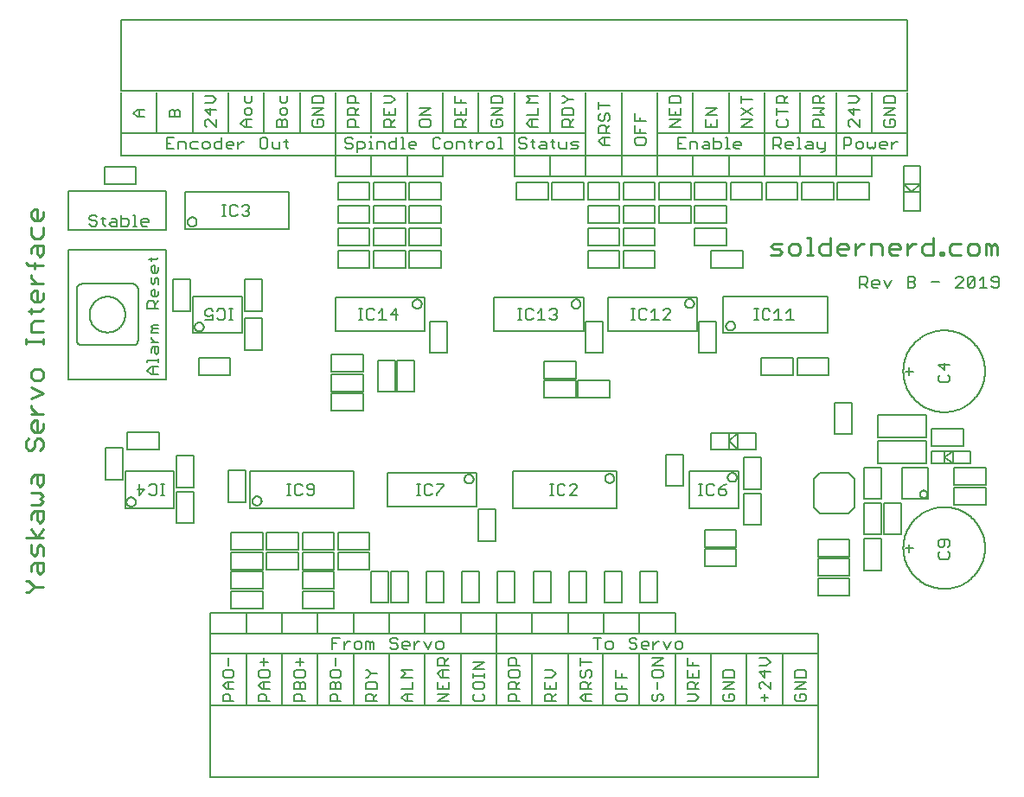
<source format=gto>
G75*
%MOIN*%
%OFA0B0*%
%FSLAX25Y25*%
%IPPOS*%
%LPD*%
%AMOC8*
5,1,8,0,0,1.08239X$1,22.5*
%
%ADD10C,0.00591*%
%ADD11C,0.00700*%
%ADD12C,0.01000*%
%ADD13C,0.00500*%
%ADD14C,0.00600*%
D10*
X0081118Y0002969D02*
X0081118Y0030528D01*
X0315370Y0030528D01*
X0315370Y0002969D01*
X0081118Y0002969D01*
X0081118Y0029937D02*
X0081118Y0050606D01*
X0081118Y0058480D01*
X0081118Y0066354D01*
X0094898Y0066354D01*
X0094898Y0058480D01*
X0108677Y0058480D01*
X0108677Y0066354D01*
X0122457Y0066354D01*
X0122457Y0058480D01*
X0136236Y0058480D01*
X0136236Y0066354D01*
X0122457Y0066354D01*
X0116541Y0068047D02*
X0116541Y0074740D01*
X0128746Y0074740D01*
X0128746Y0068047D01*
X0116541Y0068047D01*
X0116541Y0075547D02*
X0116541Y0082240D01*
X0128746Y0082240D01*
X0128746Y0075547D01*
X0116541Y0075547D01*
X0116541Y0083047D02*
X0128746Y0083047D01*
X0128746Y0089740D01*
X0116541Y0089740D01*
X0116541Y0083047D01*
X0114996Y0083047D02*
X0114996Y0089740D01*
X0102791Y0089740D01*
X0102791Y0083047D01*
X0114996Y0083047D01*
X0114996Y0090547D02*
X0102791Y0090547D01*
X0102791Y0097240D01*
X0114996Y0097240D01*
X0114996Y0090547D01*
X0116541Y0090547D02*
X0116541Y0097240D01*
X0128746Y0097240D01*
X0128746Y0090547D01*
X0116541Y0090547D01*
X0130291Y0090547D02*
X0142496Y0090547D01*
X0142496Y0097240D01*
X0130291Y0097240D01*
X0130291Y0090547D01*
X0130291Y0089740D02*
X0130291Y0083047D01*
X0142496Y0083047D01*
X0142496Y0089740D01*
X0130291Y0089740D01*
X0143047Y0082496D02*
X0143047Y0070291D01*
X0149740Y0070291D01*
X0149740Y0082496D01*
X0143047Y0082496D01*
X0150547Y0082496D02*
X0157240Y0082496D01*
X0157240Y0070291D01*
X0150547Y0070291D01*
X0150547Y0082496D01*
X0164297Y0082496D02*
X0164297Y0070291D01*
X0170990Y0070291D01*
X0170990Y0082496D01*
X0164297Y0082496D01*
X0178047Y0082496D02*
X0178047Y0070291D01*
X0184740Y0070291D01*
X0184740Y0082496D01*
X0178047Y0082496D01*
X0191797Y0082496D02*
X0191797Y0070291D01*
X0198490Y0070291D01*
X0198490Y0082496D01*
X0191797Y0082496D01*
X0190990Y0094041D02*
X0184297Y0094041D01*
X0184297Y0106246D01*
X0190990Y0106246D01*
X0190990Y0094041D01*
X0197565Y0106807D02*
X0197565Y0120980D01*
X0237722Y0120980D01*
X0237722Y0106807D01*
X0197565Y0106807D01*
X0183618Y0107398D02*
X0183618Y0120390D01*
X0149169Y0120390D01*
X0149169Y0107398D01*
X0183618Y0107398D01*
X0179001Y0118008D02*
X0179003Y0118091D01*
X0179009Y0118175D01*
X0179019Y0118258D01*
X0179032Y0118340D01*
X0179050Y0118422D01*
X0179072Y0118502D01*
X0179097Y0118582D01*
X0179126Y0118660D01*
X0179158Y0118737D01*
X0179195Y0118813D01*
X0179234Y0118886D01*
X0179278Y0118957D01*
X0179324Y0119027D01*
X0179374Y0119094D01*
X0179427Y0119159D01*
X0179482Y0119221D01*
X0179541Y0119280D01*
X0179603Y0119337D01*
X0179667Y0119390D01*
X0179733Y0119441D01*
X0179802Y0119488D01*
X0179873Y0119532D01*
X0179946Y0119573D01*
X0180021Y0119610D01*
X0180097Y0119643D01*
X0180175Y0119673D01*
X0180255Y0119699D01*
X0180335Y0119722D01*
X0180416Y0119740D01*
X0180499Y0119755D01*
X0180581Y0119766D01*
X0180665Y0119773D01*
X0180748Y0119776D01*
X0180832Y0119775D01*
X0180915Y0119770D01*
X0180998Y0119761D01*
X0181081Y0119748D01*
X0181162Y0119732D01*
X0181243Y0119711D01*
X0181323Y0119687D01*
X0181402Y0119659D01*
X0181479Y0119627D01*
X0181555Y0119592D01*
X0181629Y0119553D01*
X0181701Y0119511D01*
X0181771Y0119465D01*
X0181838Y0119416D01*
X0181904Y0119364D01*
X0181966Y0119309D01*
X0182027Y0119251D01*
X0182084Y0119190D01*
X0182138Y0119127D01*
X0182189Y0119061D01*
X0182238Y0118992D01*
X0182282Y0118922D01*
X0182324Y0118849D01*
X0182362Y0118775D01*
X0182396Y0118699D01*
X0182427Y0118621D01*
X0182454Y0118542D01*
X0182478Y0118462D01*
X0182497Y0118381D01*
X0182513Y0118299D01*
X0182525Y0118216D01*
X0182533Y0118133D01*
X0182537Y0118050D01*
X0182537Y0117966D01*
X0182533Y0117883D01*
X0182525Y0117800D01*
X0182513Y0117717D01*
X0182497Y0117635D01*
X0182478Y0117554D01*
X0182454Y0117474D01*
X0182427Y0117395D01*
X0182396Y0117317D01*
X0182362Y0117241D01*
X0182324Y0117167D01*
X0182282Y0117094D01*
X0182238Y0117024D01*
X0182189Y0116955D01*
X0182138Y0116889D01*
X0182084Y0116826D01*
X0182027Y0116765D01*
X0181966Y0116707D01*
X0181904Y0116652D01*
X0181838Y0116600D01*
X0181771Y0116551D01*
X0181701Y0116505D01*
X0181629Y0116463D01*
X0181555Y0116424D01*
X0181479Y0116389D01*
X0181402Y0116357D01*
X0181323Y0116329D01*
X0181243Y0116305D01*
X0181162Y0116284D01*
X0181081Y0116268D01*
X0180998Y0116255D01*
X0180915Y0116246D01*
X0180832Y0116241D01*
X0180748Y0116240D01*
X0180665Y0116243D01*
X0180581Y0116250D01*
X0180499Y0116261D01*
X0180416Y0116276D01*
X0180335Y0116294D01*
X0180255Y0116317D01*
X0180175Y0116343D01*
X0180097Y0116373D01*
X0180021Y0116406D01*
X0179946Y0116443D01*
X0179873Y0116484D01*
X0179802Y0116528D01*
X0179733Y0116575D01*
X0179667Y0116626D01*
X0179603Y0116679D01*
X0179541Y0116736D01*
X0179482Y0116795D01*
X0179427Y0116857D01*
X0179374Y0116922D01*
X0179324Y0116989D01*
X0179278Y0117059D01*
X0179234Y0117130D01*
X0179195Y0117203D01*
X0179158Y0117279D01*
X0179126Y0117356D01*
X0179097Y0117434D01*
X0179072Y0117514D01*
X0179050Y0117594D01*
X0179032Y0117676D01*
X0179019Y0117758D01*
X0179009Y0117841D01*
X0179003Y0117925D01*
X0179001Y0118008D01*
X0139996Y0144297D02*
X0139996Y0150990D01*
X0127791Y0150990D01*
X0127791Y0144297D01*
X0139996Y0144297D01*
X0139996Y0151797D02*
X0139996Y0158490D01*
X0127791Y0158490D01*
X0127791Y0151797D01*
X0139996Y0151797D01*
X0145547Y0151541D02*
X0152240Y0151541D01*
X0152240Y0163746D01*
X0145547Y0163746D01*
X0145547Y0151541D01*
X0153047Y0151541D02*
X0159740Y0151541D01*
X0159740Y0163746D01*
X0153047Y0163746D01*
X0153047Y0151541D01*
X0139996Y0159297D02*
X0139996Y0165990D01*
X0127791Y0165990D01*
X0127791Y0159297D01*
X0139996Y0159297D01*
X0129169Y0174898D02*
X0129169Y0187890D01*
X0163618Y0187890D01*
X0163618Y0174898D01*
X0129169Y0174898D01*
X0130291Y0199297D02*
X0130291Y0205990D01*
X0142496Y0205990D01*
X0142496Y0199297D01*
X0130291Y0199297D01*
X0130291Y0208047D02*
X0142496Y0208047D01*
X0142496Y0214740D01*
X0130291Y0214740D01*
X0130291Y0208047D01*
X0130291Y0216797D02*
X0142496Y0216797D01*
X0142496Y0223490D01*
X0130291Y0223490D01*
X0130291Y0216797D01*
X0130291Y0225547D02*
X0142496Y0225547D01*
X0142496Y0232240D01*
X0130291Y0232240D01*
X0130291Y0225547D01*
X0129346Y0234661D02*
X0129346Y0242535D01*
X0129346Y0251394D01*
X0129346Y0267142D01*
X0115567Y0267142D02*
X0115567Y0251394D01*
X0101787Y0251394D01*
X0101787Y0267142D01*
X0088008Y0267142D02*
X0088008Y0251394D01*
X0074228Y0251394D01*
X0074228Y0267142D01*
X0060449Y0267142D02*
X0060449Y0251394D01*
X0046669Y0251394D01*
X0046669Y0267142D01*
X0046669Y0267535D02*
X0046669Y0295094D01*
X0349819Y0295094D01*
X0349819Y0267535D01*
X0046669Y0267535D01*
X0046669Y0251394D02*
X0046669Y0242535D01*
X0129346Y0242535D01*
X0143126Y0242535D01*
X0143126Y0234661D01*
X0129346Y0234661D01*
X0143126Y0234661D02*
X0156906Y0234661D01*
X0156906Y0242535D01*
X0143126Y0242535D01*
X0143126Y0251394D02*
X0143126Y0267142D01*
X0156906Y0267142D02*
X0156906Y0251394D01*
X0143126Y0251394D01*
X0129346Y0251394D01*
X0115567Y0251394D01*
X0101787Y0251394D02*
X0088008Y0251394D01*
X0074228Y0251394D02*
X0060449Y0251394D01*
X0052496Y0238490D02*
X0052496Y0231797D01*
X0040291Y0231797D01*
X0040291Y0238490D01*
X0052496Y0238490D01*
X0063894Y0228894D02*
X0063894Y0213894D01*
X0026394Y0213894D01*
X0026394Y0228894D01*
X0063894Y0228894D01*
X0071305Y0228569D02*
X0071305Y0214396D01*
X0111463Y0214396D01*
X0111463Y0228569D01*
X0071305Y0228569D01*
X0072293Y0217152D02*
X0072295Y0217235D01*
X0072301Y0217319D01*
X0072311Y0217402D01*
X0072324Y0217484D01*
X0072342Y0217566D01*
X0072364Y0217646D01*
X0072389Y0217726D01*
X0072418Y0217804D01*
X0072450Y0217881D01*
X0072487Y0217957D01*
X0072526Y0218030D01*
X0072570Y0218101D01*
X0072616Y0218171D01*
X0072666Y0218238D01*
X0072719Y0218303D01*
X0072774Y0218365D01*
X0072833Y0218424D01*
X0072895Y0218481D01*
X0072959Y0218534D01*
X0073025Y0218585D01*
X0073094Y0218632D01*
X0073165Y0218676D01*
X0073238Y0218717D01*
X0073313Y0218754D01*
X0073389Y0218787D01*
X0073467Y0218817D01*
X0073547Y0218843D01*
X0073627Y0218866D01*
X0073708Y0218884D01*
X0073791Y0218899D01*
X0073873Y0218910D01*
X0073957Y0218917D01*
X0074040Y0218920D01*
X0074124Y0218919D01*
X0074207Y0218914D01*
X0074290Y0218905D01*
X0074373Y0218892D01*
X0074454Y0218876D01*
X0074535Y0218855D01*
X0074615Y0218831D01*
X0074694Y0218803D01*
X0074771Y0218771D01*
X0074847Y0218736D01*
X0074921Y0218697D01*
X0074993Y0218655D01*
X0075063Y0218609D01*
X0075130Y0218560D01*
X0075196Y0218508D01*
X0075258Y0218453D01*
X0075319Y0218395D01*
X0075376Y0218334D01*
X0075430Y0218271D01*
X0075481Y0218205D01*
X0075530Y0218136D01*
X0075574Y0218066D01*
X0075616Y0217993D01*
X0075654Y0217919D01*
X0075688Y0217843D01*
X0075719Y0217765D01*
X0075746Y0217686D01*
X0075770Y0217606D01*
X0075789Y0217525D01*
X0075805Y0217443D01*
X0075817Y0217360D01*
X0075825Y0217277D01*
X0075829Y0217194D01*
X0075829Y0217110D01*
X0075825Y0217027D01*
X0075817Y0216944D01*
X0075805Y0216861D01*
X0075789Y0216779D01*
X0075770Y0216698D01*
X0075746Y0216618D01*
X0075719Y0216539D01*
X0075688Y0216461D01*
X0075654Y0216385D01*
X0075616Y0216311D01*
X0075574Y0216238D01*
X0075530Y0216168D01*
X0075481Y0216099D01*
X0075430Y0216033D01*
X0075376Y0215970D01*
X0075319Y0215909D01*
X0075258Y0215851D01*
X0075196Y0215796D01*
X0075130Y0215744D01*
X0075063Y0215695D01*
X0074993Y0215649D01*
X0074921Y0215607D01*
X0074847Y0215568D01*
X0074771Y0215533D01*
X0074694Y0215501D01*
X0074615Y0215473D01*
X0074535Y0215449D01*
X0074454Y0215428D01*
X0074373Y0215412D01*
X0074290Y0215399D01*
X0074207Y0215390D01*
X0074124Y0215385D01*
X0074040Y0215384D01*
X0073957Y0215387D01*
X0073873Y0215394D01*
X0073791Y0215405D01*
X0073708Y0215420D01*
X0073627Y0215438D01*
X0073547Y0215461D01*
X0073467Y0215487D01*
X0073389Y0215517D01*
X0073313Y0215550D01*
X0073238Y0215587D01*
X0073165Y0215628D01*
X0073094Y0215672D01*
X0073025Y0215719D01*
X0072959Y0215770D01*
X0072895Y0215823D01*
X0072833Y0215880D01*
X0072774Y0215939D01*
X0072719Y0216001D01*
X0072666Y0216066D01*
X0072616Y0216133D01*
X0072570Y0216203D01*
X0072526Y0216274D01*
X0072487Y0216347D01*
X0072450Y0216423D01*
X0072418Y0216500D01*
X0072389Y0216578D01*
X0072364Y0216658D01*
X0072342Y0216738D01*
X0072324Y0216820D01*
X0072311Y0216902D01*
X0072301Y0216985D01*
X0072295Y0217069D01*
X0072293Y0217152D01*
X0063894Y0206394D02*
X0026394Y0206394D01*
X0026394Y0156394D01*
X0063894Y0156394D01*
X0063894Y0206394D01*
X0066797Y0194996D02*
X0066797Y0182791D01*
X0073490Y0182791D01*
X0073490Y0194996D01*
X0066797Y0194996D01*
X0074445Y0188480D02*
X0093343Y0188480D01*
X0093343Y0174307D01*
X0074445Y0174307D01*
X0074445Y0188480D01*
X0075046Y0176669D02*
X0075048Y0176753D01*
X0075054Y0176836D01*
X0075064Y0176920D01*
X0075078Y0177002D01*
X0075096Y0177084D01*
X0075117Y0177165D01*
X0075143Y0177245D01*
X0075172Y0177323D01*
X0075205Y0177401D01*
X0075242Y0177476D01*
X0075282Y0177549D01*
X0075326Y0177621D01*
X0075373Y0177690D01*
X0075423Y0177758D01*
X0075476Y0177822D01*
X0075533Y0177884D01*
X0075592Y0177943D01*
X0075654Y0178000D01*
X0075718Y0178053D01*
X0075786Y0178103D01*
X0075855Y0178150D01*
X0075926Y0178194D01*
X0076000Y0178234D01*
X0076075Y0178271D01*
X0076153Y0178304D01*
X0076231Y0178333D01*
X0076311Y0178359D01*
X0076392Y0178380D01*
X0076474Y0178398D01*
X0076556Y0178412D01*
X0076640Y0178422D01*
X0076723Y0178428D01*
X0076807Y0178430D01*
X0076891Y0178428D01*
X0076974Y0178422D01*
X0077058Y0178412D01*
X0077140Y0178398D01*
X0077222Y0178380D01*
X0077303Y0178359D01*
X0077383Y0178333D01*
X0077461Y0178304D01*
X0077539Y0178271D01*
X0077614Y0178234D01*
X0077687Y0178194D01*
X0077759Y0178150D01*
X0077828Y0178103D01*
X0077896Y0178053D01*
X0077960Y0178000D01*
X0078022Y0177943D01*
X0078081Y0177884D01*
X0078138Y0177822D01*
X0078191Y0177758D01*
X0078241Y0177690D01*
X0078288Y0177621D01*
X0078332Y0177550D01*
X0078372Y0177476D01*
X0078409Y0177401D01*
X0078442Y0177323D01*
X0078471Y0177245D01*
X0078497Y0177165D01*
X0078518Y0177084D01*
X0078536Y0177002D01*
X0078550Y0176920D01*
X0078560Y0176836D01*
X0078566Y0176753D01*
X0078568Y0176669D01*
X0078566Y0176585D01*
X0078560Y0176502D01*
X0078550Y0176418D01*
X0078536Y0176336D01*
X0078518Y0176254D01*
X0078497Y0176173D01*
X0078471Y0176093D01*
X0078442Y0176015D01*
X0078409Y0175937D01*
X0078372Y0175862D01*
X0078332Y0175789D01*
X0078288Y0175717D01*
X0078241Y0175648D01*
X0078191Y0175580D01*
X0078138Y0175516D01*
X0078081Y0175454D01*
X0078022Y0175395D01*
X0077960Y0175338D01*
X0077896Y0175285D01*
X0077828Y0175235D01*
X0077759Y0175188D01*
X0077688Y0175144D01*
X0077614Y0175104D01*
X0077539Y0175067D01*
X0077461Y0175034D01*
X0077383Y0175005D01*
X0077303Y0174979D01*
X0077222Y0174958D01*
X0077140Y0174940D01*
X0077058Y0174926D01*
X0076974Y0174916D01*
X0076891Y0174910D01*
X0076807Y0174908D01*
X0076723Y0174910D01*
X0076640Y0174916D01*
X0076556Y0174926D01*
X0076474Y0174940D01*
X0076392Y0174958D01*
X0076311Y0174979D01*
X0076231Y0175005D01*
X0076153Y0175034D01*
X0076075Y0175067D01*
X0076000Y0175104D01*
X0075927Y0175144D01*
X0075855Y0175188D01*
X0075786Y0175235D01*
X0075718Y0175285D01*
X0075654Y0175338D01*
X0075592Y0175395D01*
X0075533Y0175454D01*
X0075476Y0175516D01*
X0075423Y0175580D01*
X0075373Y0175648D01*
X0075326Y0175717D01*
X0075282Y0175788D01*
X0075242Y0175862D01*
X0075205Y0175937D01*
X0075172Y0176015D01*
X0075143Y0176093D01*
X0075117Y0176173D01*
X0075096Y0176254D01*
X0075078Y0176336D01*
X0075064Y0176418D01*
X0075054Y0176502D01*
X0075048Y0176585D01*
X0075046Y0176669D01*
X0076541Y0164740D02*
X0076541Y0158047D01*
X0088746Y0158047D01*
X0088746Y0164740D01*
X0076541Y0164740D01*
X0094297Y0167791D02*
X0094297Y0179996D01*
X0100990Y0179996D01*
X0100990Y0167791D01*
X0094297Y0167791D01*
X0094297Y0182791D02*
X0100990Y0182791D01*
X0100990Y0194996D01*
X0094297Y0194996D01*
X0094297Y0182791D01*
X0053205Y0191236D02*
X0053205Y0171551D01*
X0053203Y0171465D01*
X0053198Y0171379D01*
X0053188Y0171294D01*
X0053175Y0171209D01*
X0053158Y0171125D01*
X0053138Y0171041D01*
X0053114Y0170959D01*
X0053086Y0170878D01*
X0053055Y0170797D01*
X0053021Y0170719D01*
X0052983Y0170642D01*
X0052941Y0170567D01*
X0052897Y0170493D01*
X0052849Y0170422D01*
X0052798Y0170352D01*
X0052744Y0170285D01*
X0052688Y0170221D01*
X0052628Y0170159D01*
X0052566Y0170099D01*
X0052502Y0170043D01*
X0052435Y0169989D01*
X0052365Y0169938D01*
X0052294Y0169890D01*
X0052221Y0169846D01*
X0052145Y0169804D01*
X0052068Y0169766D01*
X0051990Y0169732D01*
X0051909Y0169701D01*
X0051828Y0169673D01*
X0051746Y0169649D01*
X0051662Y0169629D01*
X0051578Y0169612D01*
X0051493Y0169599D01*
X0051408Y0169589D01*
X0051322Y0169584D01*
X0051236Y0169582D01*
X0051236Y0169583D02*
X0031551Y0169583D01*
X0031551Y0169582D02*
X0031465Y0169584D01*
X0031379Y0169589D01*
X0031294Y0169599D01*
X0031209Y0169612D01*
X0031125Y0169629D01*
X0031041Y0169649D01*
X0030959Y0169673D01*
X0030878Y0169701D01*
X0030797Y0169732D01*
X0030719Y0169766D01*
X0030642Y0169804D01*
X0030566Y0169846D01*
X0030493Y0169890D01*
X0030422Y0169938D01*
X0030352Y0169989D01*
X0030285Y0170043D01*
X0030221Y0170099D01*
X0030159Y0170159D01*
X0030099Y0170221D01*
X0030043Y0170285D01*
X0029989Y0170352D01*
X0029938Y0170422D01*
X0029890Y0170493D01*
X0029846Y0170567D01*
X0029804Y0170642D01*
X0029766Y0170719D01*
X0029732Y0170797D01*
X0029701Y0170878D01*
X0029673Y0170959D01*
X0029649Y0171041D01*
X0029629Y0171125D01*
X0029612Y0171209D01*
X0029599Y0171294D01*
X0029589Y0171379D01*
X0029584Y0171465D01*
X0029582Y0171551D01*
X0029583Y0171551D02*
X0029583Y0191236D01*
X0029582Y0191236D02*
X0029584Y0191322D01*
X0029589Y0191408D01*
X0029599Y0191493D01*
X0029612Y0191578D01*
X0029629Y0191662D01*
X0029649Y0191746D01*
X0029673Y0191828D01*
X0029701Y0191909D01*
X0029732Y0191990D01*
X0029766Y0192068D01*
X0029804Y0192145D01*
X0029846Y0192221D01*
X0029890Y0192294D01*
X0029938Y0192365D01*
X0029989Y0192435D01*
X0030043Y0192502D01*
X0030099Y0192566D01*
X0030159Y0192628D01*
X0030221Y0192688D01*
X0030285Y0192744D01*
X0030352Y0192798D01*
X0030422Y0192849D01*
X0030493Y0192897D01*
X0030567Y0192941D01*
X0030642Y0192983D01*
X0030719Y0193021D01*
X0030797Y0193055D01*
X0030878Y0193086D01*
X0030959Y0193114D01*
X0031041Y0193138D01*
X0031125Y0193158D01*
X0031209Y0193175D01*
X0031294Y0193188D01*
X0031379Y0193198D01*
X0031465Y0193203D01*
X0031551Y0193205D01*
X0051236Y0193205D01*
X0051322Y0193203D01*
X0051408Y0193198D01*
X0051493Y0193188D01*
X0051578Y0193175D01*
X0051662Y0193158D01*
X0051746Y0193138D01*
X0051828Y0193114D01*
X0051909Y0193086D01*
X0051990Y0193055D01*
X0052068Y0193021D01*
X0052145Y0192983D01*
X0052221Y0192941D01*
X0052294Y0192897D01*
X0052365Y0192849D01*
X0052435Y0192798D01*
X0052502Y0192744D01*
X0052566Y0192688D01*
X0052628Y0192628D01*
X0052688Y0192566D01*
X0052744Y0192502D01*
X0052798Y0192435D01*
X0052849Y0192365D01*
X0052897Y0192294D01*
X0052941Y0192221D01*
X0052983Y0192145D01*
X0053021Y0192068D01*
X0053055Y0191990D01*
X0053086Y0191909D01*
X0053114Y0191828D01*
X0053138Y0191746D01*
X0053158Y0191662D01*
X0053175Y0191578D01*
X0053188Y0191493D01*
X0053198Y0191408D01*
X0053203Y0191322D01*
X0053205Y0191236D01*
X0034504Y0181394D02*
X0034506Y0181563D01*
X0034512Y0181732D01*
X0034523Y0181901D01*
X0034537Y0182069D01*
X0034556Y0182237D01*
X0034579Y0182405D01*
X0034605Y0182572D01*
X0034636Y0182738D01*
X0034671Y0182904D01*
X0034710Y0183068D01*
X0034754Y0183232D01*
X0034801Y0183394D01*
X0034852Y0183555D01*
X0034907Y0183715D01*
X0034966Y0183874D01*
X0035028Y0184031D01*
X0035095Y0184186D01*
X0035166Y0184340D01*
X0035240Y0184492D01*
X0035318Y0184642D01*
X0035399Y0184790D01*
X0035484Y0184936D01*
X0035573Y0185080D01*
X0035665Y0185222D01*
X0035761Y0185361D01*
X0035860Y0185498D01*
X0035962Y0185633D01*
X0036068Y0185765D01*
X0036177Y0185894D01*
X0036289Y0186021D01*
X0036404Y0186145D01*
X0036522Y0186266D01*
X0036643Y0186384D01*
X0036767Y0186499D01*
X0036894Y0186611D01*
X0037023Y0186720D01*
X0037155Y0186826D01*
X0037290Y0186928D01*
X0037427Y0187027D01*
X0037566Y0187123D01*
X0037708Y0187215D01*
X0037852Y0187304D01*
X0037998Y0187389D01*
X0038146Y0187470D01*
X0038296Y0187548D01*
X0038448Y0187622D01*
X0038602Y0187693D01*
X0038757Y0187760D01*
X0038914Y0187822D01*
X0039073Y0187881D01*
X0039233Y0187936D01*
X0039394Y0187987D01*
X0039556Y0188034D01*
X0039720Y0188078D01*
X0039884Y0188117D01*
X0040050Y0188152D01*
X0040216Y0188183D01*
X0040383Y0188209D01*
X0040551Y0188232D01*
X0040719Y0188251D01*
X0040887Y0188265D01*
X0041056Y0188276D01*
X0041225Y0188282D01*
X0041394Y0188284D01*
X0041563Y0188282D01*
X0041732Y0188276D01*
X0041901Y0188265D01*
X0042069Y0188251D01*
X0042237Y0188232D01*
X0042405Y0188209D01*
X0042572Y0188183D01*
X0042738Y0188152D01*
X0042904Y0188117D01*
X0043068Y0188078D01*
X0043232Y0188034D01*
X0043394Y0187987D01*
X0043555Y0187936D01*
X0043715Y0187881D01*
X0043874Y0187822D01*
X0044031Y0187760D01*
X0044186Y0187693D01*
X0044340Y0187622D01*
X0044492Y0187548D01*
X0044642Y0187470D01*
X0044790Y0187389D01*
X0044936Y0187304D01*
X0045080Y0187215D01*
X0045222Y0187123D01*
X0045361Y0187027D01*
X0045498Y0186928D01*
X0045633Y0186826D01*
X0045765Y0186720D01*
X0045894Y0186611D01*
X0046021Y0186499D01*
X0046145Y0186384D01*
X0046266Y0186266D01*
X0046384Y0186145D01*
X0046499Y0186021D01*
X0046611Y0185894D01*
X0046720Y0185765D01*
X0046826Y0185633D01*
X0046928Y0185498D01*
X0047027Y0185361D01*
X0047123Y0185222D01*
X0047215Y0185080D01*
X0047304Y0184936D01*
X0047389Y0184790D01*
X0047470Y0184642D01*
X0047548Y0184492D01*
X0047622Y0184340D01*
X0047693Y0184186D01*
X0047760Y0184031D01*
X0047822Y0183874D01*
X0047881Y0183715D01*
X0047936Y0183555D01*
X0047987Y0183394D01*
X0048034Y0183232D01*
X0048078Y0183068D01*
X0048117Y0182904D01*
X0048152Y0182738D01*
X0048183Y0182572D01*
X0048209Y0182405D01*
X0048232Y0182237D01*
X0048251Y0182069D01*
X0048265Y0181901D01*
X0048276Y0181732D01*
X0048282Y0181563D01*
X0048284Y0181394D01*
X0048282Y0181225D01*
X0048276Y0181056D01*
X0048265Y0180887D01*
X0048251Y0180719D01*
X0048232Y0180551D01*
X0048209Y0180383D01*
X0048183Y0180216D01*
X0048152Y0180050D01*
X0048117Y0179884D01*
X0048078Y0179720D01*
X0048034Y0179556D01*
X0047987Y0179394D01*
X0047936Y0179233D01*
X0047881Y0179073D01*
X0047822Y0178914D01*
X0047760Y0178757D01*
X0047693Y0178602D01*
X0047622Y0178448D01*
X0047548Y0178296D01*
X0047470Y0178146D01*
X0047389Y0177998D01*
X0047304Y0177852D01*
X0047215Y0177708D01*
X0047123Y0177566D01*
X0047027Y0177427D01*
X0046928Y0177290D01*
X0046826Y0177155D01*
X0046720Y0177023D01*
X0046611Y0176894D01*
X0046499Y0176767D01*
X0046384Y0176643D01*
X0046266Y0176522D01*
X0046145Y0176404D01*
X0046021Y0176289D01*
X0045894Y0176177D01*
X0045765Y0176068D01*
X0045633Y0175962D01*
X0045498Y0175860D01*
X0045361Y0175761D01*
X0045222Y0175665D01*
X0045080Y0175573D01*
X0044936Y0175484D01*
X0044790Y0175399D01*
X0044642Y0175318D01*
X0044492Y0175240D01*
X0044340Y0175166D01*
X0044186Y0175095D01*
X0044031Y0175028D01*
X0043874Y0174966D01*
X0043715Y0174907D01*
X0043555Y0174852D01*
X0043394Y0174801D01*
X0043232Y0174754D01*
X0043068Y0174710D01*
X0042904Y0174671D01*
X0042738Y0174636D01*
X0042572Y0174605D01*
X0042405Y0174579D01*
X0042237Y0174556D01*
X0042069Y0174537D01*
X0041901Y0174523D01*
X0041732Y0174512D01*
X0041563Y0174506D01*
X0041394Y0174504D01*
X0041225Y0174506D01*
X0041056Y0174512D01*
X0040887Y0174523D01*
X0040719Y0174537D01*
X0040551Y0174556D01*
X0040383Y0174579D01*
X0040216Y0174605D01*
X0040050Y0174636D01*
X0039884Y0174671D01*
X0039720Y0174710D01*
X0039556Y0174754D01*
X0039394Y0174801D01*
X0039233Y0174852D01*
X0039073Y0174907D01*
X0038914Y0174966D01*
X0038757Y0175028D01*
X0038602Y0175095D01*
X0038448Y0175166D01*
X0038296Y0175240D01*
X0038146Y0175318D01*
X0037998Y0175399D01*
X0037852Y0175484D01*
X0037708Y0175573D01*
X0037566Y0175665D01*
X0037427Y0175761D01*
X0037290Y0175860D01*
X0037155Y0175962D01*
X0037023Y0176068D01*
X0036894Y0176177D01*
X0036767Y0176289D01*
X0036643Y0176404D01*
X0036522Y0176522D01*
X0036404Y0176643D01*
X0036289Y0176767D01*
X0036177Y0176894D01*
X0036068Y0177023D01*
X0035962Y0177155D01*
X0035860Y0177290D01*
X0035761Y0177427D01*
X0035665Y0177566D01*
X0035573Y0177708D01*
X0035484Y0177852D01*
X0035399Y0177998D01*
X0035318Y0178146D01*
X0035240Y0178296D01*
X0035166Y0178448D01*
X0035095Y0178602D01*
X0035028Y0178757D01*
X0034966Y0178914D01*
X0034907Y0179073D01*
X0034852Y0179233D01*
X0034801Y0179394D01*
X0034754Y0179556D01*
X0034710Y0179720D01*
X0034671Y0179884D01*
X0034636Y0180050D01*
X0034605Y0180216D01*
X0034579Y0180383D01*
X0034556Y0180551D01*
X0034537Y0180719D01*
X0034523Y0180887D01*
X0034512Y0181056D01*
X0034506Y0181225D01*
X0034504Y0181394D01*
X0049041Y0135990D02*
X0049041Y0129297D01*
X0061246Y0129297D01*
X0061246Y0135990D01*
X0049041Y0135990D01*
X0047240Y0129996D02*
X0040547Y0129996D01*
X0040547Y0117791D01*
X0047240Y0117791D01*
X0047240Y0129996D01*
X0048195Y0120980D02*
X0067093Y0120980D01*
X0067093Y0106807D01*
X0048195Y0106807D01*
X0048195Y0120980D01*
X0048796Y0109169D02*
X0048798Y0109253D01*
X0048804Y0109336D01*
X0048814Y0109420D01*
X0048828Y0109502D01*
X0048846Y0109584D01*
X0048867Y0109665D01*
X0048893Y0109745D01*
X0048922Y0109823D01*
X0048955Y0109901D01*
X0048992Y0109976D01*
X0049032Y0110049D01*
X0049076Y0110121D01*
X0049123Y0110190D01*
X0049173Y0110258D01*
X0049226Y0110322D01*
X0049283Y0110384D01*
X0049342Y0110443D01*
X0049404Y0110500D01*
X0049468Y0110553D01*
X0049536Y0110603D01*
X0049605Y0110650D01*
X0049676Y0110694D01*
X0049750Y0110734D01*
X0049825Y0110771D01*
X0049903Y0110804D01*
X0049981Y0110833D01*
X0050061Y0110859D01*
X0050142Y0110880D01*
X0050224Y0110898D01*
X0050306Y0110912D01*
X0050390Y0110922D01*
X0050473Y0110928D01*
X0050557Y0110930D01*
X0050641Y0110928D01*
X0050724Y0110922D01*
X0050808Y0110912D01*
X0050890Y0110898D01*
X0050972Y0110880D01*
X0051053Y0110859D01*
X0051133Y0110833D01*
X0051211Y0110804D01*
X0051289Y0110771D01*
X0051364Y0110734D01*
X0051437Y0110694D01*
X0051509Y0110650D01*
X0051578Y0110603D01*
X0051646Y0110553D01*
X0051710Y0110500D01*
X0051772Y0110443D01*
X0051831Y0110384D01*
X0051888Y0110322D01*
X0051941Y0110258D01*
X0051991Y0110190D01*
X0052038Y0110121D01*
X0052082Y0110050D01*
X0052122Y0109976D01*
X0052159Y0109901D01*
X0052192Y0109823D01*
X0052221Y0109745D01*
X0052247Y0109665D01*
X0052268Y0109584D01*
X0052286Y0109502D01*
X0052300Y0109420D01*
X0052310Y0109336D01*
X0052316Y0109253D01*
X0052318Y0109169D01*
X0052316Y0109085D01*
X0052310Y0109002D01*
X0052300Y0108918D01*
X0052286Y0108836D01*
X0052268Y0108754D01*
X0052247Y0108673D01*
X0052221Y0108593D01*
X0052192Y0108515D01*
X0052159Y0108437D01*
X0052122Y0108362D01*
X0052082Y0108289D01*
X0052038Y0108217D01*
X0051991Y0108148D01*
X0051941Y0108080D01*
X0051888Y0108016D01*
X0051831Y0107954D01*
X0051772Y0107895D01*
X0051710Y0107838D01*
X0051646Y0107785D01*
X0051578Y0107735D01*
X0051509Y0107688D01*
X0051438Y0107644D01*
X0051364Y0107604D01*
X0051289Y0107567D01*
X0051211Y0107534D01*
X0051133Y0107505D01*
X0051053Y0107479D01*
X0050972Y0107458D01*
X0050890Y0107440D01*
X0050808Y0107426D01*
X0050724Y0107416D01*
X0050641Y0107410D01*
X0050557Y0107408D01*
X0050473Y0107410D01*
X0050390Y0107416D01*
X0050306Y0107426D01*
X0050224Y0107440D01*
X0050142Y0107458D01*
X0050061Y0107479D01*
X0049981Y0107505D01*
X0049903Y0107534D01*
X0049825Y0107567D01*
X0049750Y0107604D01*
X0049677Y0107644D01*
X0049605Y0107688D01*
X0049536Y0107735D01*
X0049468Y0107785D01*
X0049404Y0107838D01*
X0049342Y0107895D01*
X0049283Y0107954D01*
X0049226Y0108016D01*
X0049173Y0108080D01*
X0049123Y0108148D01*
X0049076Y0108217D01*
X0049032Y0108288D01*
X0048992Y0108362D01*
X0048955Y0108437D01*
X0048922Y0108515D01*
X0048893Y0108593D01*
X0048867Y0108673D01*
X0048846Y0108754D01*
X0048828Y0108836D01*
X0048814Y0108918D01*
X0048804Y0109002D01*
X0048798Y0109085D01*
X0048796Y0109169D01*
X0068047Y0113121D02*
X0068047Y0100916D01*
X0074740Y0100916D01*
X0074740Y0113121D01*
X0068047Y0113121D01*
X0068047Y0114666D02*
X0074740Y0114666D01*
X0074740Y0126871D01*
X0068047Y0126871D01*
X0068047Y0114666D01*
X0088047Y0109041D02*
X0094740Y0109041D01*
X0094740Y0121246D01*
X0088047Y0121246D01*
X0088047Y0109041D01*
X0096315Y0106807D02*
X0096315Y0120980D01*
X0136472Y0120980D01*
X0136472Y0106807D01*
X0096315Y0106807D01*
X0097303Y0109563D02*
X0097305Y0109646D01*
X0097311Y0109730D01*
X0097321Y0109813D01*
X0097334Y0109895D01*
X0097352Y0109977D01*
X0097374Y0110057D01*
X0097399Y0110137D01*
X0097428Y0110215D01*
X0097460Y0110292D01*
X0097497Y0110368D01*
X0097536Y0110441D01*
X0097580Y0110512D01*
X0097626Y0110582D01*
X0097676Y0110649D01*
X0097729Y0110714D01*
X0097784Y0110776D01*
X0097843Y0110835D01*
X0097905Y0110892D01*
X0097969Y0110945D01*
X0098035Y0110996D01*
X0098104Y0111043D01*
X0098175Y0111087D01*
X0098248Y0111128D01*
X0098323Y0111165D01*
X0098399Y0111198D01*
X0098477Y0111228D01*
X0098557Y0111254D01*
X0098637Y0111277D01*
X0098718Y0111295D01*
X0098801Y0111310D01*
X0098883Y0111321D01*
X0098967Y0111328D01*
X0099050Y0111331D01*
X0099134Y0111330D01*
X0099217Y0111325D01*
X0099300Y0111316D01*
X0099383Y0111303D01*
X0099464Y0111287D01*
X0099545Y0111266D01*
X0099625Y0111242D01*
X0099704Y0111214D01*
X0099781Y0111182D01*
X0099857Y0111147D01*
X0099931Y0111108D01*
X0100003Y0111066D01*
X0100073Y0111020D01*
X0100140Y0110971D01*
X0100206Y0110919D01*
X0100268Y0110864D01*
X0100329Y0110806D01*
X0100386Y0110745D01*
X0100440Y0110682D01*
X0100491Y0110616D01*
X0100540Y0110547D01*
X0100584Y0110477D01*
X0100626Y0110404D01*
X0100664Y0110330D01*
X0100698Y0110254D01*
X0100729Y0110176D01*
X0100756Y0110097D01*
X0100780Y0110017D01*
X0100799Y0109936D01*
X0100815Y0109854D01*
X0100827Y0109771D01*
X0100835Y0109688D01*
X0100839Y0109605D01*
X0100839Y0109521D01*
X0100835Y0109438D01*
X0100827Y0109355D01*
X0100815Y0109272D01*
X0100799Y0109190D01*
X0100780Y0109109D01*
X0100756Y0109029D01*
X0100729Y0108950D01*
X0100698Y0108872D01*
X0100664Y0108796D01*
X0100626Y0108722D01*
X0100584Y0108649D01*
X0100540Y0108579D01*
X0100491Y0108510D01*
X0100440Y0108444D01*
X0100386Y0108381D01*
X0100329Y0108320D01*
X0100268Y0108262D01*
X0100206Y0108207D01*
X0100140Y0108155D01*
X0100073Y0108106D01*
X0100003Y0108060D01*
X0099931Y0108018D01*
X0099857Y0107979D01*
X0099781Y0107944D01*
X0099704Y0107912D01*
X0099625Y0107884D01*
X0099545Y0107860D01*
X0099464Y0107839D01*
X0099383Y0107823D01*
X0099300Y0107810D01*
X0099217Y0107801D01*
X0099134Y0107796D01*
X0099050Y0107795D01*
X0098967Y0107798D01*
X0098883Y0107805D01*
X0098801Y0107816D01*
X0098718Y0107831D01*
X0098637Y0107849D01*
X0098557Y0107872D01*
X0098477Y0107898D01*
X0098399Y0107928D01*
X0098323Y0107961D01*
X0098248Y0107998D01*
X0098175Y0108039D01*
X0098104Y0108083D01*
X0098035Y0108130D01*
X0097969Y0108181D01*
X0097905Y0108234D01*
X0097843Y0108291D01*
X0097784Y0108350D01*
X0097729Y0108412D01*
X0097676Y0108477D01*
X0097626Y0108544D01*
X0097580Y0108614D01*
X0097536Y0108685D01*
X0097497Y0108758D01*
X0097460Y0108834D01*
X0097428Y0108911D01*
X0097399Y0108989D01*
X0097374Y0109069D01*
X0097352Y0109149D01*
X0097334Y0109231D01*
X0097321Y0109313D01*
X0097311Y0109396D01*
X0097305Y0109480D01*
X0097303Y0109563D01*
X0101246Y0097240D02*
X0089041Y0097240D01*
X0089041Y0090547D01*
X0101246Y0090547D01*
X0101246Y0097240D01*
X0101246Y0089740D02*
X0089041Y0089740D01*
X0089041Y0083047D01*
X0101246Y0083047D01*
X0101246Y0089740D01*
X0101246Y0082240D02*
X0089041Y0082240D01*
X0089041Y0075547D01*
X0101246Y0075547D01*
X0101246Y0082240D01*
X0101246Y0074740D02*
X0089041Y0074740D01*
X0089041Y0068047D01*
X0101246Y0068047D01*
X0101246Y0074740D01*
X0094898Y0066354D02*
X0108677Y0066354D01*
X0108677Y0058480D02*
X0122457Y0058480D01*
X0122457Y0050606D02*
X0108677Y0050606D01*
X0108677Y0030921D01*
X0094898Y0030921D02*
X0094898Y0050606D01*
X0108677Y0050606D01*
X0094898Y0050606D02*
X0081118Y0050606D01*
X0081118Y0058480D02*
X0094898Y0058480D01*
X0122457Y0050606D02*
X0122457Y0030921D01*
X0136236Y0030921D02*
X0136236Y0050606D01*
X0150016Y0050606D01*
X0150016Y0030921D01*
X0163795Y0030921D02*
X0163795Y0050606D01*
X0177575Y0050606D01*
X0177575Y0030921D01*
X0191354Y0030921D02*
X0191354Y0050606D01*
X0191354Y0058480D01*
X0191354Y0066354D01*
X0177575Y0066354D01*
X0177575Y0058480D01*
X0191354Y0058480D01*
X0205134Y0058480D01*
X0205134Y0066354D01*
X0191354Y0066354D01*
X0177575Y0066354D02*
X0163795Y0066354D01*
X0163795Y0058480D01*
X0177575Y0058480D01*
X0177575Y0050606D02*
X0191354Y0050606D01*
X0205134Y0050606D01*
X0205134Y0030921D01*
X0218913Y0030921D02*
X0218913Y0050606D01*
X0232339Y0050606D01*
X0232339Y0030921D01*
X0246472Y0030921D02*
X0246472Y0050606D01*
X0260252Y0050606D01*
X0260252Y0030921D01*
X0274031Y0030921D02*
X0274031Y0050606D01*
X0287811Y0050606D01*
X0287811Y0030921D01*
X0301591Y0030921D02*
X0301591Y0050606D01*
X0315370Y0050606D01*
X0315370Y0030921D01*
X0315370Y0050606D02*
X0315370Y0058480D01*
X0260252Y0058480D01*
X0260252Y0066354D01*
X0246472Y0066354D01*
X0246472Y0058480D01*
X0260252Y0058480D01*
X0260252Y0050606D02*
X0274031Y0050606D01*
X0287811Y0050606D02*
X0301591Y0050606D01*
X0315291Y0073047D02*
X0315291Y0079740D01*
X0327496Y0079740D01*
X0327496Y0073047D01*
X0315291Y0073047D01*
X0315291Y0080547D02*
X0315291Y0087240D01*
X0327496Y0087240D01*
X0327496Y0080547D01*
X0315291Y0080547D01*
X0315291Y0088047D02*
X0315291Y0094740D01*
X0327496Y0094740D01*
X0327496Y0088047D01*
X0315291Y0088047D01*
X0333047Y0082791D02*
X0339740Y0082791D01*
X0339740Y0094996D01*
X0333047Y0094996D01*
X0333047Y0082791D01*
X0333047Y0096541D02*
X0339740Y0096541D01*
X0339740Y0108746D01*
X0333047Y0108746D01*
X0333047Y0096541D01*
X0340547Y0096541D02*
X0347240Y0096541D01*
X0347240Y0108746D01*
X0340547Y0108746D01*
X0340547Y0096541D01*
X0348969Y0091276D02*
X0351969Y0091276D01*
X0350469Y0092776D02*
X0350469Y0089776D01*
X0348146Y0091394D02*
X0348151Y0091780D01*
X0348165Y0092167D01*
X0348189Y0092552D01*
X0348222Y0092938D01*
X0348264Y0093322D01*
X0348316Y0093705D01*
X0348378Y0094086D01*
X0348449Y0094466D01*
X0348529Y0094844D01*
X0348618Y0095220D01*
X0348716Y0095594D01*
X0348824Y0095965D01*
X0348941Y0096334D01*
X0349067Y0096699D01*
X0349201Y0097062D01*
X0349345Y0097420D01*
X0349497Y0097776D01*
X0349658Y0098127D01*
X0349828Y0098474D01*
X0350006Y0098818D01*
X0350192Y0099156D01*
X0350386Y0099490D01*
X0350589Y0099819D01*
X0350800Y0100143D01*
X0351019Y0100462D01*
X0351245Y0100775D01*
X0351479Y0101083D01*
X0351721Y0101384D01*
X0351969Y0101680D01*
X0352226Y0101970D01*
X0352489Y0102253D01*
X0352758Y0102530D01*
X0353035Y0102799D01*
X0353318Y0103062D01*
X0353608Y0103319D01*
X0353904Y0103567D01*
X0354205Y0103809D01*
X0354513Y0104043D01*
X0354826Y0104269D01*
X0355145Y0104488D01*
X0355469Y0104699D01*
X0355798Y0104902D01*
X0356132Y0105096D01*
X0356470Y0105282D01*
X0356814Y0105460D01*
X0357161Y0105630D01*
X0357512Y0105791D01*
X0357868Y0105943D01*
X0358226Y0106087D01*
X0358589Y0106221D01*
X0358954Y0106347D01*
X0359323Y0106464D01*
X0359694Y0106572D01*
X0360068Y0106670D01*
X0360444Y0106759D01*
X0360822Y0106839D01*
X0361202Y0106910D01*
X0361583Y0106972D01*
X0361966Y0107024D01*
X0362350Y0107066D01*
X0362736Y0107099D01*
X0363121Y0107123D01*
X0363508Y0107137D01*
X0363894Y0107142D01*
X0364280Y0107137D01*
X0364667Y0107123D01*
X0365052Y0107099D01*
X0365438Y0107066D01*
X0365822Y0107024D01*
X0366205Y0106972D01*
X0366586Y0106910D01*
X0366966Y0106839D01*
X0367344Y0106759D01*
X0367720Y0106670D01*
X0368094Y0106572D01*
X0368465Y0106464D01*
X0368834Y0106347D01*
X0369199Y0106221D01*
X0369562Y0106087D01*
X0369920Y0105943D01*
X0370276Y0105791D01*
X0370627Y0105630D01*
X0370974Y0105460D01*
X0371318Y0105282D01*
X0371656Y0105096D01*
X0371990Y0104902D01*
X0372319Y0104699D01*
X0372643Y0104488D01*
X0372962Y0104269D01*
X0373275Y0104043D01*
X0373583Y0103809D01*
X0373884Y0103567D01*
X0374180Y0103319D01*
X0374470Y0103062D01*
X0374753Y0102799D01*
X0375030Y0102530D01*
X0375299Y0102253D01*
X0375562Y0101970D01*
X0375819Y0101680D01*
X0376067Y0101384D01*
X0376309Y0101083D01*
X0376543Y0100775D01*
X0376769Y0100462D01*
X0376988Y0100143D01*
X0377199Y0099819D01*
X0377402Y0099490D01*
X0377596Y0099156D01*
X0377782Y0098818D01*
X0377960Y0098474D01*
X0378130Y0098127D01*
X0378291Y0097776D01*
X0378443Y0097420D01*
X0378587Y0097062D01*
X0378721Y0096699D01*
X0378847Y0096334D01*
X0378964Y0095965D01*
X0379072Y0095594D01*
X0379170Y0095220D01*
X0379259Y0094844D01*
X0379339Y0094466D01*
X0379410Y0094086D01*
X0379472Y0093705D01*
X0379524Y0093322D01*
X0379566Y0092938D01*
X0379599Y0092552D01*
X0379623Y0092167D01*
X0379637Y0091780D01*
X0379642Y0091394D01*
X0379637Y0091008D01*
X0379623Y0090621D01*
X0379599Y0090236D01*
X0379566Y0089850D01*
X0379524Y0089466D01*
X0379472Y0089083D01*
X0379410Y0088702D01*
X0379339Y0088322D01*
X0379259Y0087944D01*
X0379170Y0087568D01*
X0379072Y0087194D01*
X0378964Y0086823D01*
X0378847Y0086454D01*
X0378721Y0086089D01*
X0378587Y0085726D01*
X0378443Y0085368D01*
X0378291Y0085012D01*
X0378130Y0084661D01*
X0377960Y0084314D01*
X0377782Y0083970D01*
X0377596Y0083632D01*
X0377402Y0083298D01*
X0377199Y0082969D01*
X0376988Y0082645D01*
X0376769Y0082326D01*
X0376543Y0082013D01*
X0376309Y0081705D01*
X0376067Y0081404D01*
X0375819Y0081108D01*
X0375562Y0080818D01*
X0375299Y0080535D01*
X0375030Y0080258D01*
X0374753Y0079989D01*
X0374470Y0079726D01*
X0374180Y0079469D01*
X0373884Y0079221D01*
X0373583Y0078979D01*
X0373275Y0078745D01*
X0372962Y0078519D01*
X0372643Y0078300D01*
X0372319Y0078089D01*
X0371990Y0077886D01*
X0371656Y0077692D01*
X0371318Y0077506D01*
X0370974Y0077328D01*
X0370627Y0077158D01*
X0370276Y0076997D01*
X0369920Y0076845D01*
X0369562Y0076701D01*
X0369199Y0076567D01*
X0368834Y0076441D01*
X0368465Y0076324D01*
X0368094Y0076216D01*
X0367720Y0076118D01*
X0367344Y0076029D01*
X0366966Y0075949D01*
X0366586Y0075878D01*
X0366205Y0075816D01*
X0365822Y0075764D01*
X0365438Y0075722D01*
X0365052Y0075689D01*
X0364667Y0075665D01*
X0364280Y0075651D01*
X0363894Y0075646D01*
X0363508Y0075651D01*
X0363121Y0075665D01*
X0362736Y0075689D01*
X0362350Y0075722D01*
X0361966Y0075764D01*
X0361583Y0075816D01*
X0361202Y0075878D01*
X0360822Y0075949D01*
X0360444Y0076029D01*
X0360068Y0076118D01*
X0359694Y0076216D01*
X0359323Y0076324D01*
X0358954Y0076441D01*
X0358589Y0076567D01*
X0358226Y0076701D01*
X0357868Y0076845D01*
X0357512Y0076997D01*
X0357161Y0077158D01*
X0356814Y0077328D01*
X0356470Y0077506D01*
X0356132Y0077692D01*
X0355798Y0077886D01*
X0355469Y0078089D01*
X0355145Y0078300D01*
X0354826Y0078519D01*
X0354513Y0078745D01*
X0354205Y0078979D01*
X0353904Y0079221D01*
X0353608Y0079469D01*
X0353318Y0079726D01*
X0353035Y0079989D01*
X0352758Y0080258D01*
X0352489Y0080535D01*
X0352226Y0080818D01*
X0351969Y0081108D01*
X0351721Y0081404D01*
X0351479Y0081705D01*
X0351245Y0082013D01*
X0351019Y0082326D01*
X0350800Y0082645D01*
X0350589Y0082969D01*
X0350386Y0083298D01*
X0350192Y0083632D01*
X0350006Y0083970D01*
X0349828Y0084314D01*
X0349658Y0084661D01*
X0349497Y0085012D01*
X0349345Y0085368D01*
X0349201Y0085726D01*
X0349067Y0086089D01*
X0348941Y0086454D01*
X0348824Y0086823D01*
X0348716Y0087194D01*
X0348618Y0087568D01*
X0348529Y0087944D01*
X0348449Y0088322D01*
X0348378Y0088702D01*
X0348316Y0089083D01*
X0348264Y0089466D01*
X0348222Y0089850D01*
X0348189Y0090236D01*
X0348165Y0090621D01*
X0348151Y0091008D01*
X0348146Y0091394D01*
X0367791Y0108047D02*
X0379996Y0108047D01*
X0379996Y0114740D01*
X0367791Y0114740D01*
X0367791Y0108047D01*
X0367791Y0115547D02*
X0379996Y0115547D01*
X0379996Y0122240D01*
X0367791Y0122240D01*
X0367791Y0115547D01*
X0367181Y0124031D02*
X0364031Y0126394D01*
X0367181Y0128756D01*
X0367181Y0124031D01*
X0364031Y0124031D01*
X0364031Y0128756D01*
X0367181Y0128756D01*
X0373874Y0128756D01*
X0373874Y0124031D01*
X0367181Y0124031D01*
X0364031Y0124031D02*
X0358913Y0124031D01*
X0358913Y0128756D01*
X0364031Y0128756D01*
X0359041Y0130547D02*
X0371246Y0130547D01*
X0371246Y0137240D01*
X0359041Y0137240D01*
X0359041Y0130547D01*
X0357093Y0132599D02*
X0357093Y0123938D01*
X0338195Y0123938D01*
X0338195Y0132599D01*
X0357093Y0132599D01*
X0357093Y0133938D02*
X0357093Y0142599D01*
X0338195Y0142599D01*
X0338195Y0133938D01*
X0357093Y0133938D01*
X0357762Y0122299D02*
X0347526Y0122299D01*
X0347526Y0110488D01*
X0357762Y0110488D01*
X0357762Y0122299D01*
X0354655Y0112150D02*
X0354657Y0112225D01*
X0354663Y0112299D01*
X0354673Y0112373D01*
X0354686Y0112446D01*
X0354704Y0112519D01*
X0354725Y0112590D01*
X0354750Y0112661D01*
X0354779Y0112730D01*
X0354812Y0112797D01*
X0354848Y0112862D01*
X0354887Y0112926D01*
X0354929Y0112987D01*
X0354975Y0113046D01*
X0355024Y0113103D01*
X0355076Y0113156D01*
X0355130Y0113207D01*
X0355187Y0113256D01*
X0355247Y0113300D01*
X0355309Y0113342D01*
X0355373Y0113381D01*
X0355439Y0113416D01*
X0355506Y0113447D01*
X0355576Y0113475D01*
X0355646Y0113499D01*
X0355718Y0113520D01*
X0355791Y0113536D01*
X0355864Y0113549D01*
X0355939Y0113558D01*
X0356013Y0113563D01*
X0356088Y0113564D01*
X0356162Y0113561D01*
X0356237Y0113554D01*
X0356310Y0113543D01*
X0356384Y0113529D01*
X0356456Y0113510D01*
X0356527Y0113488D01*
X0356597Y0113462D01*
X0356666Y0113432D01*
X0356732Y0113399D01*
X0356797Y0113362D01*
X0356860Y0113322D01*
X0356921Y0113278D01*
X0356979Y0113232D01*
X0357035Y0113182D01*
X0357088Y0113130D01*
X0357139Y0113075D01*
X0357186Y0113017D01*
X0357230Y0112957D01*
X0357271Y0112894D01*
X0357309Y0112830D01*
X0357343Y0112764D01*
X0357374Y0112695D01*
X0357401Y0112626D01*
X0357424Y0112555D01*
X0357443Y0112483D01*
X0357459Y0112410D01*
X0357471Y0112336D01*
X0357479Y0112262D01*
X0357483Y0112187D01*
X0357483Y0112113D01*
X0357479Y0112038D01*
X0357471Y0111964D01*
X0357459Y0111890D01*
X0357443Y0111817D01*
X0357424Y0111745D01*
X0357401Y0111674D01*
X0357374Y0111605D01*
X0357343Y0111536D01*
X0357309Y0111470D01*
X0357271Y0111406D01*
X0357230Y0111343D01*
X0357186Y0111283D01*
X0357139Y0111225D01*
X0357088Y0111170D01*
X0357035Y0111118D01*
X0356979Y0111068D01*
X0356921Y0111022D01*
X0356860Y0110978D01*
X0356797Y0110938D01*
X0356732Y0110901D01*
X0356666Y0110868D01*
X0356597Y0110838D01*
X0356527Y0110812D01*
X0356456Y0110790D01*
X0356384Y0110771D01*
X0356310Y0110757D01*
X0356237Y0110746D01*
X0356162Y0110739D01*
X0356088Y0110736D01*
X0356013Y0110737D01*
X0355939Y0110742D01*
X0355864Y0110751D01*
X0355791Y0110764D01*
X0355718Y0110780D01*
X0355646Y0110801D01*
X0355576Y0110825D01*
X0355506Y0110853D01*
X0355439Y0110884D01*
X0355373Y0110919D01*
X0355309Y0110958D01*
X0355247Y0111000D01*
X0355187Y0111044D01*
X0355130Y0111093D01*
X0355076Y0111144D01*
X0355024Y0111197D01*
X0354975Y0111254D01*
X0354929Y0111313D01*
X0354887Y0111374D01*
X0354848Y0111438D01*
X0354812Y0111503D01*
X0354779Y0111570D01*
X0354750Y0111639D01*
X0354725Y0111710D01*
X0354704Y0111781D01*
X0354686Y0111854D01*
X0354673Y0111927D01*
X0354663Y0112001D01*
X0354657Y0112075D01*
X0354655Y0112150D01*
X0339740Y0110291D02*
X0339740Y0122496D01*
X0333047Y0122496D01*
X0333047Y0110291D01*
X0339740Y0110291D01*
X0328490Y0135291D02*
X0321797Y0135291D01*
X0321797Y0147496D01*
X0328490Y0147496D01*
X0328490Y0135291D01*
X0319371Y0157880D02*
X0307166Y0157880D01*
X0307166Y0164573D01*
X0319371Y0164573D01*
X0319371Y0157880D01*
X0305621Y0157880D02*
X0305621Y0164573D01*
X0293416Y0164573D01*
X0293416Y0157880D01*
X0305621Y0157880D01*
X0318972Y0174307D02*
X0278815Y0174307D01*
X0278815Y0188480D01*
X0318972Y0188480D01*
X0318972Y0174307D01*
X0348969Y0159401D02*
X0351969Y0159401D01*
X0350469Y0160901D02*
X0350469Y0157901D01*
X0348146Y0159519D02*
X0348151Y0159905D01*
X0348165Y0160292D01*
X0348189Y0160677D01*
X0348222Y0161063D01*
X0348264Y0161447D01*
X0348316Y0161830D01*
X0348378Y0162211D01*
X0348449Y0162591D01*
X0348529Y0162969D01*
X0348618Y0163345D01*
X0348716Y0163719D01*
X0348824Y0164090D01*
X0348941Y0164459D01*
X0349067Y0164824D01*
X0349201Y0165187D01*
X0349345Y0165545D01*
X0349497Y0165901D01*
X0349658Y0166252D01*
X0349828Y0166599D01*
X0350006Y0166943D01*
X0350192Y0167281D01*
X0350386Y0167615D01*
X0350589Y0167944D01*
X0350800Y0168268D01*
X0351019Y0168587D01*
X0351245Y0168900D01*
X0351479Y0169208D01*
X0351721Y0169509D01*
X0351969Y0169805D01*
X0352226Y0170095D01*
X0352489Y0170378D01*
X0352758Y0170655D01*
X0353035Y0170924D01*
X0353318Y0171187D01*
X0353608Y0171444D01*
X0353904Y0171692D01*
X0354205Y0171934D01*
X0354513Y0172168D01*
X0354826Y0172394D01*
X0355145Y0172613D01*
X0355469Y0172824D01*
X0355798Y0173027D01*
X0356132Y0173221D01*
X0356470Y0173407D01*
X0356814Y0173585D01*
X0357161Y0173755D01*
X0357512Y0173916D01*
X0357868Y0174068D01*
X0358226Y0174212D01*
X0358589Y0174346D01*
X0358954Y0174472D01*
X0359323Y0174589D01*
X0359694Y0174697D01*
X0360068Y0174795D01*
X0360444Y0174884D01*
X0360822Y0174964D01*
X0361202Y0175035D01*
X0361583Y0175097D01*
X0361966Y0175149D01*
X0362350Y0175191D01*
X0362736Y0175224D01*
X0363121Y0175248D01*
X0363508Y0175262D01*
X0363894Y0175267D01*
X0364280Y0175262D01*
X0364667Y0175248D01*
X0365052Y0175224D01*
X0365438Y0175191D01*
X0365822Y0175149D01*
X0366205Y0175097D01*
X0366586Y0175035D01*
X0366966Y0174964D01*
X0367344Y0174884D01*
X0367720Y0174795D01*
X0368094Y0174697D01*
X0368465Y0174589D01*
X0368834Y0174472D01*
X0369199Y0174346D01*
X0369562Y0174212D01*
X0369920Y0174068D01*
X0370276Y0173916D01*
X0370627Y0173755D01*
X0370974Y0173585D01*
X0371318Y0173407D01*
X0371656Y0173221D01*
X0371990Y0173027D01*
X0372319Y0172824D01*
X0372643Y0172613D01*
X0372962Y0172394D01*
X0373275Y0172168D01*
X0373583Y0171934D01*
X0373884Y0171692D01*
X0374180Y0171444D01*
X0374470Y0171187D01*
X0374753Y0170924D01*
X0375030Y0170655D01*
X0375299Y0170378D01*
X0375562Y0170095D01*
X0375819Y0169805D01*
X0376067Y0169509D01*
X0376309Y0169208D01*
X0376543Y0168900D01*
X0376769Y0168587D01*
X0376988Y0168268D01*
X0377199Y0167944D01*
X0377402Y0167615D01*
X0377596Y0167281D01*
X0377782Y0166943D01*
X0377960Y0166599D01*
X0378130Y0166252D01*
X0378291Y0165901D01*
X0378443Y0165545D01*
X0378587Y0165187D01*
X0378721Y0164824D01*
X0378847Y0164459D01*
X0378964Y0164090D01*
X0379072Y0163719D01*
X0379170Y0163345D01*
X0379259Y0162969D01*
X0379339Y0162591D01*
X0379410Y0162211D01*
X0379472Y0161830D01*
X0379524Y0161447D01*
X0379566Y0161063D01*
X0379599Y0160677D01*
X0379623Y0160292D01*
X0379637Y0159905D01*
X0379642Y0159519D01*
X0379637Y0159133D01*
X0379623Y0158746D01*
X0379599Y0158361D01*
X0379566Y0157975D01*
X0379524Y0157591D01*
X0379472Y0157208D01*
X0379410Y0156827D01*
X0379339Y0156447D01*
X0379259Y0156069D01*
X0379170Y0155693D01*
X0379072Y0155319D01*
X0378964Y0154948D01*
X0378847Y0154579D01*
X0378721Y0154214D01*
X0378587Y0153851D01*
X0378443Y0153493D01*
X0378291Y0153137D01*
X0378130Y0152786D01*
X0377960Y0152439D01*
X0377782Y0152095D01*
X0377596Y0151757D01*
X0377402Y0151423D01*
X0377199Y0151094D01*
X0376988Y0150770D01*
X0376769Y0150451D01*
X0376543Y0150138D01*
X0376309Y0149830D01*
X0376067Y0149529D01*
X0375819Y0149233D01*
X0375562Y0148943D01*
X0375299Y0148660D01*
X0375030Y0148383D01*
X0374753Y0148114D01*
X0374470Y0147851D01*
X0374180Y0147594D01*
X0373884Y0147346D01*
X0373583Y0147104D01*
X0373275Y0146870D01*
X0372962Y0146644D01*
X0372643Y0146425D01*
X0372319Y0146214D01*
X0371990Y0146011D01*
X0371656Y0145817D01*
X0371318Y0145631D01*
X0370974Y0145453D01*
X0370627Y0145283D01*
X0370276Y0145122D01*
X0369920Y0144970D01*
X0369562Y0144826D01*
X0369199Y0144692D01*
X0368834Y0144566D01*
X0368465Y0144449D01*
X0368094Y0144341D01*
X0367720Y0144243D01*
X0367344Y0144154D01*
X0366966Y0144074D01*
X0366586Y0144003D01*
X0366205Y0143941D01*
X0365822Y0143889D01*
X0365438Y0143847D01*
X0365052Y0143814D01*
X0364667Y0143790D01*
X0364280Y0143776D01*
X0363894Y0143771D01*
X0363508Y0143776D01*
X0363121Y0143790D01*
X0362736Y0143814D01*
X0362350Y0143847D01*
X0361966Y0143889D01*
X0361583Y0143941D01*
X0361202Y0144003D01*
X0360822Y0144074D01*
X0360444Y0144154D01*
X0360068Y0144243D01*
X0359694Y0144341D01*
X0359323Y0144449D01*
X0358954Y0144566D01*
X0358589Y0144692D01*
X0358226Y0144826D01*
X0357868Y0144970D01*
X0357512Y0145122D01*
X0357161Y0145283D01*
X0356814Y0145453D01*
X0356470Y0145631D01*
X0356132Y0145817D01*
X0355798Y0146011D01*
X0355469Y0146214D01*
X0355145Y0146425D01*
X0354826Y0146644D01*
X0354513Y0146870D01*
X0354205Y0147104D01*
X0353904Y0147346D01*
X0353608Y0147594D01*
X0353318Y0147851D01*
X0353035Y0148114D01*
X0352758Y0148383D01*
X0352489Y0148660D01*
X0352226Y0148943D01*
X0351969Y0149233D01*
X0351721Y0149529D01*
X0351479Y0149830D01*
X0351245Y0150138D01*
X0351019Y0150451D01*
X0350800Y0150770D01*
X0350589Y0151094D01*
X0350386Y0151423D01*
X0350192Y0151757D01*
X0350006Y0152095D01*
X0349828Y0152439D01*
X0349658Y0152786D01*
X0349497Y0153137D01*
X0349345Y0153493D01*
X0349201Y0153851D01*
X0349067Y0154214D01*
X0348941Y0154579D01*
X0348824Y0154948D01*
X0348716Y0155319D01*
X0348618Y0155693D01*
X0348529Y0156069D01*
X0348449Y0156447D01*
X0348378Y0156827D01*
X0348316Y0157208D01*
X0348264Y0157591D01*
X0348222Y0157975D01*
X0348189Y0158361D01*
X0348165Y0158746D01*
X0348151Y0159133D01*
X0348146Y0159519D01*
X0291305Y0135793D02*
X0291305Y0129494D01*
X0284219Y0129494D01*
X0284219Y0135793D01*
X0281069Y0132644D01*
X0284219Y0129494D01*
X0281069Y0129494D01*
X0281069Y0132644D01*
X0281069Y0135793D01*
X0284219Y0135793D01*
X0291305Y0135793D01*
X0293490Y0126246D02*
X0286797Y0126246D01*
X0286797Y0114041D01*
X0293490Y0114041D01*
X0293490Y0126246D01*
X0284593Y0120980D02*
X0265695Y0120980D01*
X0265695Y0106807D01*
X0284593Y0106807D01*
X0284593Y0120980D01*
X0280469Y0118618D02*
X0280471Y0118702D01*
X0280477Y0118785D01*
X0280487Y0118869D01*
X0280501Y0118951D01*
X0280519Y0119033D01*
X0280540Y0119114D01*
X0280566Y0119194D01*
X0280595Y0119272D01*
X0280628Y0119350D01*
X0280665Y0119425D01*
X0280705Y0119498D01*
X0280749Y0119570D01*
X0280796Y0119639D01*
X0280846Y0119707D01*
X0280899Y0119771D01*
X0280956Y0119833D01*
X0281015Y0119892D01*
X0281077Y0119949D01*
X0281141Y0120002D01*
X0281209Y0120052D01*
X0281278Y0120099D01*
X0281349Y0120143D01*
X0281423Y0120183D01*
X0281498Y0120220D01*
X0281576Y0120253D01*
X0281654Y0120282D01*
X0281734Y0120308D01*
X0281815Y0120329D01*
X0281897Y0120347D01*
X0281979Y0120361D01*
X0282063Y0120371D01*
X0282146Y0120377D01*
X0282230Y0120379D01*
X0282314Y0120377D01*
X0282397Y0120371D01*
X0282481Y0120361D01*
X0282563Y0120347D01*
X0282645Y0120329D01*
X0282726Y0120308D01*
X0282806Y0120282D01*
X0282884Y0120253D01*
X0282962Y0120220D01*
X0283037Y0120183D01*
X0283110Y0120143D01*
X0283182Y0120099D01*
X0283251Y0120052D01*
X0283319Y0120002D01*
X0283383Y0119949D01*
X0283445Y0119892D01*
X0283504Y0119833D01*
X0283561Y0119771D01*
X0283614Y0119707D01*
X0283664Y0119639D01*
X0283711Y0119570D01*
X0283755Y0119499D01*
X0283795Y0119425D01*
X0283832Y0119350D01*
X0283865Y0119272D01*
X0283894Y0119194D01*
X0283920Y0119114D01*
X0283941Y0119033D01*
X0283959Y0118951D01*
X0283973Y0118869D01*
X0283983Y0118785D01*
X0283989Y0118702D01*
X0283991Y0118618D01*
X0283989Y0118534D01*
X0283983Y0118451D01*
X0283973Y0118367D01*
X0283959Y0118285D01*
X0283941Y0118203D01*
X0283920Y0118122D01*
X0283894Y0118042D01*
X0283865Y0117964D01*
X0283832Y0117886D01*
X0283795Y0117811D01*
X0283755Y0117738D01*
X0283711Y0117666D01*
X0283664Y0117597D01*
X0283614Y0117529D01*
X0283561Y0117465D01*
X0283504Y0117403D01*
X0283445Y0117344D01*
X0283383Y0117287D01*
X0283319Y0117234D01*
X0283251Y0117184D01*
X0283182Y0117137D01*
X0283111Y0117093D01*
X0283037Y0117053D01*
X0282962Y0117016D01*
X0282884Y0116983D01*
X0282806Y0116954D01*
X0282726Y0116928D01*
X0282645Y0116907D01*
X0282563Y0116889D01*
X0282481Y0116875D01*
X0282397Y0116865D01*
X0282314Y0116859D01*
X0282230Y0116857D01*
X0282146Y0116859D01*
X0282063Y0116865D01*
X0281979Y0116875D01*
X0281897Y0116889D01*
X0281815Y0116907D01*
X0281734Y0116928D01*
X0281654Y0116954D01*
X0281576Y0116983D01*
X0281498Y0117016D01*
X0281423Y0117053D01*
X0281350Y0117093D01*
X0281278Y0117137D01*
X0281209Y0117184D01*
X0281141Y0117234D01*
X0281077Y0117287D01*
X0281015Y0117344D01*
X0280956Y0117403D01*
X0280899Y0117465D01*
X0280846Y0117529D01*
X0280796Y0117597D01*
X0280749Y0117666D01*
X0280705Y0117737D01*
X0280665Y0117811D01*
X0280628Y0117886D01*
X0280595Y0117964D01*
X0280566Y0118042D01*
X0280540Y0118122D01*
X0280519Y0118203D01*
X0280501Y0118285D01*
X0280487Y0118367D01*
X0280477Y0118451D01*
X0280471Y0118534D01*
X0280469Y0118618D01*
X0286797Y0112496D02*
X0293490Y0112496D01*
X0293490Y0100291D01*
X0286797Y0100291D01*
X0286797Y0112496D01*
X0283746Y0098490D02*
X0271541Y0098490D01*
X0271541Y0091797D01*
X0283746Y0091797D01*
X0283746Y0098490D01*
X0283746Y0090990D02*
X0283746Y0084297D01*
X0271541Y0084297D01*
X0271541Y0090990D01*
X0283746Y0090990D01*
X0253490Y0082496D02*
X0253490Y0070291D01*
X0246797Y0070291D01*
X0246797Y0082496D01*
X0253490Y0082496D01*
X0239740Y0082496D02*
X0233047Y0082496D01*
X0233047Y0070291D01*
X0239740Y0070291D01*
X0239740Y0082496D01*
X0225990Y0082496D02*
X0225990Y0070291D01*
X0219297Y0070291D01*
X0219297Y0082496D01*
X0225990Y0082496D01*
X0212240Y0082496D02*
X0205547Y0082496D01*
X0205547Y0070291D01*
X0212240Y0070291D01*
X0212240Y0082496D01*
X0218913Y0066354D02*
X0205134Y0066354D01*
X0205134Y0058480D02*
X0218913Y0058480D01*
X0218913Y0066354D01*
X0232693Y0066354D01*
X0232693Y0058480D01*
X0246472Y0058480D01*
X0246472Y0066354D02*
X0232693Y0066354D01*
X0232693Y0058480D02*
X0218913Y0058480D01*
X0218913Y0050606D02*
X0205134Y0050606D01*
X0232339Y0050606D02*
X0246472Y0050606D01*
X0163795Y0050606D02*
X0150016Y0050606D01*
X0150016Y0058480D02*
X0150016Y0066354D01*
X0136236Y0066354D01*
X0136236Y0058480D02*
X0150016Y0058480D01*
X0163795Y0058480D01*
X0163795Y0066354D02*
X0150016Y0066354D01*
X0136236Y0050606D02*
X0122457Y0050606D01*
X0233199Y0118224D02*
X0233201Y0118307D01*
X0233207Y0118391D01*
X0233217Y0118474D01*
X0233230Y0118556D01*
X0233248Y0118638D01*
X0233270Y0118718D01*
X0233295Y0118798D01*
X0233324Y0118876D01*
X0233356Y0118953D01*
X0233393Y0119029D01*
X0233432Y0119102D01*
X0233476Y0119173D01*
X0233522Y0119243D01*
X0233572Y0119310D01*
X0233625Y0119375D01*
X0233680Y0119437D01*
X0233739Y0119496D01*
X0233801Y0119553D01*
X0233865Y0119606D01*
X0233931Y0119657D01*
X0234000Y0119704D01*
X0234071Y0119748D01*
X0234144Y0119789D01*
X0234219Y0119826D01*
X0234295Y0119859D01*
X0234373Y0119889D01*
X0234453Y0119915D01*
X0234533Y0119938D01*
X0234614Y0119956D01*
X0234697Y0119971D01*
X0234779Y0119982D01*
X0234863Y0119989D01*
X0234946Y0119992D01*
X0235030Y0119991D01*
X0235113Y0119986D01*
X0235196Y0119977D01*
X0235279Y0119964D01*
X0235360Y0119948D01*
X0235441Y0119927D01*
X0235521Y0119903D01*
X0235600Y0119875D01*
X0235677Y0119843D01*
X0235753Y0119808D01*
X0235827Y0119769D01*
X0235899Y0119727D01*
X0235969Y0119681D01*
X0236036Y0119632D01*
X0236102Y0119580D01*
X0236164Y0119525D01*
X0236225Y0119467D01*
X0236282Y0119406D01*
X0236336Y0119343D01*
X0236387Y0119277D01*
X0236436Y0119208D01*
X0236480Y0119138D01*
X0236522Y0119065D01*
X0236560Y0118991D01*
X0236594Y0118915D01*
X0236625Y0118837D01*
X0236652Y0118758D01*
X0236676Y0118678D01*
X0236695Y0118597D01*
X0236711Y0118515D01*
X0236723Y0118432D01*
X0236731Y0118349D01*
X0236735Y0118266D01*
X0236735Y0118182D01*
X0236731Y0118099D01*
X0236723Y0118016D01*
X0236711Y0117933D01*
X0236695Y0117851D01*
X0236676Y0117770D01*
X0236652Y0117690D01*
X0236625Y0117611D01*
X0236594Y0117533D01*
X0236560Y0117457D01*
X0236522Y0117383D01*
X0236480Y0117310D01*
X0236436Y0117240D01*
X0236387Y0117171D01*
X0236336Y0117105D01*
X0236282Y0117042D01*
X0236225Y0116981D01*
X0236164Y0116923D01*
X0236102Y0116868D01*
X0236036Y0116816D01*
X0235969Y0116767D01*
X0235899Y0116721D01*
X0235827Y0116679D01*
X0235753Y0116640D01*
X0235677Y0116605D01*
X0235600Y0116573D01*
X0235521Y0116545D01*
X0235441Y0116521D01*
X0235360Y0116500D01*
X0235279Y0116484D01*
X0235196Y0116471D01*
X0235113Y0116462D01*
X0235030Y0116457D01*
X0234946Y0116456D01*
X0234863Y0116459D01*
X0234779Y0116466D01*
X0234697Y0116477D01*
X0234614Y0116492D01*
X0234533Y0116510D01*
X0234453Y0116533D01*
X0234373Y0116559D01*
X0234295Y0116589D01*
X0234219Y0116622D01*
X0234144Y0116659D01*
X0234071Y0116700D01*
X0234000Y0116744D01*
X0233931Y0116791D01*
X0233865Y0116842D01*
X0233801Y0116895D01*
X0233739Y0116952D01*
X0233680Y0117011D01*
X0233625Y0117073D01*
X0233572Y0117138D01*
X0233522Y0117205D01*
X0233476Y0117275D01*
X0233432Y0117346D01*
X0233393Y0117419D01*
X0233356Y0117495D01*
X0233324Y0117572D01*
X0233295Y0117650D01*
X0233270Y0117730D01*
X0233248Y0117810D01*
X0233230Y0117892D01*
X0233217Y0117974D01*
X0233207Y0118057D01*
X0233201Y0118141D01*
X0233199Y0118224D01*
X0256797Y0115291D02*
X0263490Y0115291D01*
X0263490Y0127496D01*
X0256797Y0127496D01*
X0256797Y0115291D01*
X0273982Y0129494D02*
X0273982Y0135793D01*
X0281069Y0135793D01*
X0281069Y0129494D02*
X0273982Y0129494D01*
X0234996Y0149297D02*
X0234996Y0155990D01*
X0222791Y0155990D01*
X0222791Y0149297D01*
X0234996Y0149297D01*
X0221871Y0149297D02*
X0221871Y0155990D01*
X0209666Y0155990D01*
X0209666Y0149297D01*
X0221871Y0149297D01*
X0221871Y0156797D02*
X0209666Y0156797D01*
X0209666Y0163490D01*
X0221871Y0163490D01*
X0221871Y0156797D01*
X0225547Y0166541D02*
X0232240Y0166541D01*
X0232240Y0178746D01*
X0225547Y0178746D01*
X0225547Y0166541D01*
X0224868Y0174898D02*
X0190419Y0174898D01*
X0190419Y0187890D01*
X0224868Y0187890D01*
X0224868Y0174898D01*
X0234169Y0175065D02*
X0234169Y0188057D01*
X0268618Y0188057D01*
X0268618Y0175065D01*
X0234169Y0175065D01*
X0220251Y0185508D02*
X0220253Y0185591D01*
X0220259Y0185675D01*
X0220269Y0185758D01*
X0220282Y0185840D01*
X0220300Y0185922D01*
X0220322Y0186002D01*
X0220347Y0186082D01*
X0220376Y0186160D01*
X0220408Y0186237D01*
X0220445Y0186313D01*
X0220484Y0186386D01*
X0220528Y0186457D01*
X0220574Y0186527D01*
X0220624Y0186594D01*
X0220677Y0186659D01*
X0220732Y0186721D01*
X0220791Y0186780D01*
X0220853Y0186837D01*
X0220917Y0186890D01*
X0220983Y0186941D01*
X0221052Y0186988D01*
X0221123Y0187032D01*
X0221196Y0187073D01*
X0221271Y0187110D01*
X0221347Y0187143D01*
X0221425Y0187173D01*
X0221505Y0187199D01*
X0221585Y0187222D01*
X0221666Y0187240D01*
X0221749Y0187255D01*
X0221831Y0187266D01*
X0221915Y0187273D01*
X0221998Y0187276D01*
X0222082Y0187275D01*
X0222165Y0187270D01*
X0222248Y0187261D01*
X0222331Y0187248D01*
X0222412Y0187232D01*
X0222493Y0187211D01*
X0222573Y0187187D01*
X0222652Y0187159D01*
X0222729Y0187127D01*
X0222805Y0187092D01*
X0222879Y0187053D01*
X0222951Y0187011D01*
X0223021Y0186965D01*
X0223088Y0186916D01*
X0223154Y0186864D01*
X0223216Y0186809D01*
X0223277Y0186751D01*
X0223334Y0186690D01*
X0223388Y0186627D01*
X0223439Y0186561D01*
X0223488Y0186492D01*
X0223532Y0186422D01*
X0223574Y0186349D01*
X0223612Y0186275D01*
X0223646Y0186199D01*
X0223677Y0186121D01*
X0223704Y0186042D01*
X0223728Y0185962D01*
X0223747Y0185881D01*
X0223763Y0185799D01*
X0223775Y0185716D01*
X0223783Y0185633D01*
X0223787Y0185550D01*
X0223787Y0185466D01*
X0223783Y0185383D01*
X0223775Y0185300D01*
X0223763Y0185217D01*
X0223747Y0185135D01*
X0223728Y0185054D01*
X0223704Y0184974D01*
X0223677Y0184895D01*
X0223646Y0184817D01*
X0223612Y0184741D01*
X0223574Y0184667D01*
X0223532Y0184594D01*
X0223488Y0184524D01*
X0223439Y0184455D01*
X0223388Y0184389D01*
X0223334Y0184326D01*
X0223277Y0184265D01*
X0223216Y0184207D01*
X0223154Y0184152D01*
X0223088Y0184100D01*
X0223021Y0184051D01*
X0222951Y0184005D01*
X0222879Y0183963D01*
X0222805Y0183924D01*
X0222729Y0183889D01*
X0222652Y0183857D01*
X0222573Y0183829D01*
X0222493Y0183805D01*
X0222412Y0183784D01*
X0222331Y0183768D01*
X0222248Y0183755D01*
X0222165Y0183746D01*
X0222082Y0183741D01*
X0221998Y0183740D01*
X0221915Y0183743D01*
X0221831Y0183750D01*
X0221749Y0183761D01*
X0221666Y0183776D01*
X0221585Y0183794D01*
X0221505Y0183817D01*
X0221425Y0183843D01*
X0221347Y0183873D01*
X0221271Y0183906D01*
X0221196Y0183943D01*
X0221123Y0183984D01*
X0221052Y0184028D01*
X0220983Y0184075D01*
X0220917Y0184126D01*
X0220853Y0184179D01*
X0220791Y0184236D01*
X0220732Y0184295D01*
X0220677Y0184357D01*
X0220624Y0184422D01*
X0220574Y0184489D01*
X0220528Y0184559D01*
X0220484Y0184630D01*
X0220445Y0184703D01*
X0220408Y0184779D01*
X0220376Y0184856D01*
X0220347Y0184934D01*
X0220322Y0185014D01*
X0220300Y0185094D01*
X0220282Y0185176D01*
X0220269Y0185258D01*
X0220259Y0185341D01*
X0220253Y0185425D01*
X0220251Y0185508D01*
X0226541Y0199297D02*
X0226541Y0205990D01*
X0238746Y0205990D01*
X0238746Y0199297D01*
X0226541Y0199297D01*
X0226541Y0208047D02*
X0238746Y0208047D01*
X0238746Y0214740D01*
X0226541Y0214740D01*
X0226541Y0208047D01*
X0226541Y0216797D02*
X0226541Y0223490D01*
X0238746Y0223490D01*
X0238746Y0216797D01*
X0226541Y0216797D01*
X0226541Y0225547D02*
X0238746Y0225547D01*
X0238746Y0232240D01*
X0226541Y0232240D01*
X0226541Y0225547D01*
X0224996Y0225547D02*
X0224996Y0232240D01*
X0212791Y0232240D01*
X0212791Y0225547D01*
X0224996Y0225547D01*
X0225803Y0234661D02*
X0212024Y0234661D01*
X0212024Y0242535D01*
X0198244Y0242535D01*
X0198244Y0251394D01*
X0198244Y0267142D01*
X0184465Y0267142D02*
X0184465Y0251394D01*
X0170685Y0251394D01*
X0156906Y0251394D01*
X0156906Y0242535D02*
X0170685Y0242535D01*
X0170685Y0234661D01*
X0156906Y0234661D01*
X0156246Y0232240D02*
X0156246Y0225547D01*
X0144041Y0225547D01*
X0144041Y0232240D01*
X0156246Y0232240D01*
X0157791Y0232240D02*
X0157791Y0225547D01*
X0169996Y0225547D01*
X0169996Y0232240D01*
X0157791Y0232240D01*
X0157791Y0223490D02*
X0157791Y0216797D01*
X0169996Y0216797D01*
X0169996Y0223490D01*
X0157791Y0223490D01*
X0156246Y0223490D02*
X0156246Y0216797D01*
X0144041Y0216797D01*
X0144041Y0223490D01*
X0156246Y0223490D01*
X0156246Y0214740D02*
X0144041Y0214740D01*
X0144041Y0208047D01*
X0156246Y0208047D01*
X0156246Y0214740D01*
X0157791Y0214740D02*
X0157791Y0208047D01*
X0169996Y0208047D01*
X0169996Y0214740D01*
X0157791Y0214740D01*
X0157791Y0205990D02*
X0157791Y0199297D01*
X0169996Y0199297D01*
X0169996Y0205990D01*
X0157791Y0205990D01*
X0156246Y0205990D02*
X0144041Y0205990D01*
X0144041Y0199297D01*
X0156246Y0199297D01*
X0156246Y0205990D01*
X0159001Y0185508D02*
X0159003Y0185591D01*
X0159009Y0185675D01*
X0159019Y0185758D01*
X0159032Y0185840D01*
X0159050Y0185922D01*
X0159072Y0186002D01*
X0159097Y0186082D01*
X0159126Y0186160D01*
X0159158Y0186237D01*
X0159195Y0186313D01*
X0159234Y0186386D01*
X0159278Y0186457D01*
X0159324Y0186527D01*
X0159374Y0186594D01*
X0159427Y0186659D01*
X0159482Y0186721D01*
X0159541Y0186780D01*
X0159603Y0186837D01*
X0159667Y0186890D01*
X0159733Y0186941D01*
X0159802Y0186988D01*
X0159873Y0187032D01*
X0159946Y0187073D01*
X0160021Y0187110D01*
X0160097Y0187143D01*
X0160175Y0187173D01*
X0160255Y0187199D01*
X0160335Y0187222D01*
X0160416Y0187240D01*
X0160499Y0187255D01*
X0160581Y0187266D01*
X0160665Y0187273D01*
X0160748Y0187276D01*
X0160832Y0187275D01*
X0160915Y0187270D01*
X0160998Y0187261D01*
X0161081Y0187248D01*
X0161162Y0187232D01*
X0161243Y0187211D01*
X0161323Y0187187D01*
X0161402Y0187159D01*
X0161479Y0187127D01*
X0161555Y0187092D01*
X0161629Y0187053D01*
X0161701Y0187011D01*
X0161771Y0186965D01*
X0161838Y0186916D01*
X0161904Y0186864D01*
X0161966Y0186809D01*
X0162027Y0186751D01*
X0162084Y0186690D01*
X0162138Y0186627D01*
X0162189Y0186561D01*
X0162238Y0186492D01*
X0162282Y0186422D01*
X0162324Y0186349D01*
X0162362Y0186275D01*
X0162396Y0186199D01*
X0162427Y0186121D01*
X0162454Y0186042D01*
X0162478Y0185962D01*
X0162497Y0185881D01*
X0162513Y0185799D01*
X0162525Y0185716D01*
X0162533Y0185633D01*
X0162537Y0185550D01*
X0162537Y0185466D01*
X0162533Y0185383D01*
X0162525Y0185300D01*
X0162513Y0185217D01*
X0162497Y0185135D01*
X0162478Y0185054D01*
X0162454Y0184974D01*
X0162427Y0184895D01*
X0162396Y0184817D01*
X0162362Y0184741D01*
X0162324Y0184667D01*
X0162282Y0184594D01*
X0162238Y0184524D01*
X0162189Y0184455D01*
X0162138Y0184389D01*
X0162084Y0184326D01*
X0162027Y0184265D01*
X0161966Y0184207D01*
X0161904Y0184152D01*
X0161838Y0184100D01*
X0161771Y0184051D01*
X0161701Y0184005D01*
X0161629Y0183963D01*
X0161555Y0183924D01*
X0161479Y0183889D01*
X0161402Y0183857D01*
X0161323Y0183829D01*
X0161243Y0183805D01*
X0161162Y0183784D01*
X0161081Y0183768D01*
X0160998Y0183755D01*
X0160915Y0183746D01*
X0160832Y0183741D01*
X0160748Y0183740D01*
X0160665Y0183743D01*
X0160581Y0183750D01*
X0160499Y0183761D01*
X0160416Y0183776D01*
X0160335Y0183794D01*
X0160255Y0183817D01*
X0160175Y0183843D01*
X0160097Y0183873D01*
X0160021Y0183906D01*
X0159946Y0183943D01*
X0159873Y0183984D01*
X0159802Y0184028D01*
X0159733Y0184075D01*
X0159667Y0184126D01*
X0159603Y0184179D01*
X0159541Y0184236D01*
X0159482Y0184295D01*
X0159427Y0184357D01*
X0159374Y0184422D01*
X0159324Y0184489D01*
X0159278Y0184559D01*
X0159234Y0184630D01*
X0159195Y0184703D01*
X0159158Y0184779D01*
X0159126Y0184856D01*
X0159097Y0184934D01*
X0159072Y0185014D01*
X0159050Y0185094D01*
X0159032Y0185176D01*
X0159019Y0185258D01*
X0159009Y0185341D01*
X0159003Y0185425D01*
X0159001Y0185508D01*
X0165547Y0178746D02*
X0172240Y0178746D01*
X0172240Y0166541D01*
X0165547Y0166541D01*
X0165547Y0178746D01*
X0199041Y0225547D02*
X0211246Y0225547D01*
X0211246Y0232240D01*
X0199041Y0232240D01*
X0199041Y0225547D01*
X0198244Y0234661D02*
X0198244Y0242535D01*
X0170685Y0242535D01*
X0170685Y0251394D02*
X0170685Y0267142D01*
X0184465Y0251394D02*
X0198244Y0251394D01*
X0212024Y0251394D01*
X0212024Y0267142D01*
X0225803Y0267142D02*
X0225803Y0251394D01*
X0225803Y0242535D01*
X0225803Y0234661D01*
X0239583Y0234661D01*
X0239583Y0242535D01*
X0239583Y0267142D01*
X0253362Y0267142D02*
X0253362Y0251394D01*
X0253362Y0242535D01*
X0253362Y0234661D01*
X0267142Y0234661D01*
X0267142Y0242535D01*
X0253362Y0242535D01*
X0239583Y0242535D01*
X0225803Y0242535D01*
X0212024Y0242535D01*
X0212024Y0251394D02*
X0225803Y0251394D01*
X0212024Y0234661D02*
X0198244Y0234661D01*
X0239583Y0234661D02*
X0253362Y0234661D01*
X0254041Y0232240D02*
X0254041Y0225547D01*
X0266246Y0225547D01*
X0266246Y0232240D01*
X0254041Y0232240D01*
X0252496Y0232240D02*
X0252496Y0225547D01*
X0240291Y0225547D01*
X0240291Y0232240D01*
X0252496Y0232240D01*
X0252496Y0223490D02*
X0240291Y0223490D01*
X0240291Y0216797D01*
X0252496Y0216797D01*
X0252496Y0223490D01*
X0254041Y0223490D02*
X0254041Y0216797D01*
X0266246Y0216797D01*
X0266246Y0223490D01*
X0254041Y0223490D01*
X0252496Y0214740D02*
X0240291Y0214740D01*
X0240291Y0208047D01*
X0252496Y0208047D01*
X0252496Y0214740D01*
X0252496Y0205990D02*
X0240291Y0205990D01*
X0240291Y0199297D01*
X0252496Y0199297D01*
X0252496Y0205990D01*
X0267791Y0208047D02*
X0267791Y0214740D01*
X0279996Y0214740D01*
X0279996Y0208047D01*
X0267791Y0208047D01*
X0274041Y0205990D02*
X0274041Y0199297D01*
X0286246Y0199297D01*
X0286246Y0205990D01*
X0274041Y0205990D01*
X0279996Y0216797D02*
X0267791Y0216797D01*
X0267791Y0223490D01*
X0279996Y0223490D01*
X0279996Y0216797D01*
X0279996Y0225547D02*
X0279996Y0232240D01*
X0267791Y0232240D01*
X0267791Y0225547D01*
X0279996Y0225547D01*
X0281541Y0225547D02*
X0293746Y0225547D01*
X0293746Y0232240D01*
X0281541Y0232240D01*
X0281541Y0225547D01*
X0280921Y0234661D02*
X0267142Y0234661D01*
X0267142Y0242535D02*
X0280921Y0242535D01*
X0280921Y0234661D01*
X0294701Y0234661D01*
X0308480Y0234661D01*
X0308480Y0242535D01*
X0294701Y0242535D01*
X0280921Y0242535D01*
X0280921Y0251394D02*
X0280921Y0267142D01*
X0267142Y0267142D02*
X0267142Y0251394D01*
X0253362Y0251394D01*
X0267142Y0251394D02*
X0280921Y0251394D01*
X0294701Y0251394D01*
X0294701Y0242535D01*
X0294701Y0234661D01*
X0295291Y0232240D02*
X0295291Y0225547D01*
X0307496Y0225547D01*
X0307496Y0232240D01*
X0295291Y0232240D01*
X0308480Y0234661D02*
X0322260Y0234661D01*
X0322260Y0242535D01*
X0322260Y0267142D01*
X0336039Y0267142D02*
X0336039Y0251394D01*
X0308480Y0251394D01*
X0308480Y0267142D01*
X0294701Y0267142D02*
X0294701Y0251394D01*
X0308480Y0251394D01*
X0308480Y0242535D02*
X0322260Y0242535D01*
X0336039Y0242535D01*
X0336039Y0234661D01*
X0322260Y0234661D01*
X0322791Y0232240D02*
X0322791Y0225547D01*
X0334996Y0225547D01*
X0334996Y0232240D01*
X0322791Y0232240D01*
X0321246Y0232240D02*
X0309041Y0232240D01*
X0309041Y0225547D01*
X0321246Y0225547D01*
X0321246Y0232240D01*
X0336039Y0242535D02*
X0349819Y0242535D01*
X0349819Y0251394D01*
X0336039Y0251394D01*
X0349819Y0251394D02*
X0349819Y0267142D01*
X0348244Y0238805D02*
X0354543Y0238805D01*
X0354543Y0231719D01*
X0348244Y0231719D01*
X0351394Y0228569D01*
X0354543Y0231719D01*
X0354543Y0228569D01*
X0351394Y0228569D01*
X0348244Y0228569D01*
X0348244Y0231719D01*
X0348244Y0238805D01*
X0348244Y0228569D02*
X0348244Y0221482D01*
X0354543Y0221482D01*
X0354543Y0228569D01*
X0279803Y0177063D02*
X0279805Y0177146D01*
X0279811Y0177230D01*
X0279821Y0177313D01*
X0279834Y0177395D01*
X0279852Y0177477D01*
X0279874Y0177557D01*
X0279899Y0177637D01*
X0279928Y0177715D01*
X0279960Y0177792D01*
X0279997Y0177868D01*
X0280036Y0177941D01*
X0280080Y0178012D01*
X0280126Y0178082D01*
X0280176Y0178149D01*
X0280229Y0178214D01*
X0280284Y0178276D01*
X0280343Y0178335D01*
X0280405Y0178392D01*
X0280469Y0178445D01*
X0280535Y0178496D01*
X0280604Y0178543D01*
X0280675Y0178587D01*
X0280748Y0178628D01*
X0280823Y0178665D01*
X0280899Y0178698D01*
X0280977Y0178728D01*
X0281057Y0178754D01*
X0281137Y0178777D01*
X0281218Y0178795D01*
X0281301Y0178810D01*
X0281383Y0178821D01*
X0281467Y0178828D01*
X0281550Y0178831D01*
X0281634Y0178830D01*
X0281717Y0178825D01*
X0281800Y0178816D01*
X0281883Y0178803D01*
X0281964Y0178787D01*
X0282045Y0178766D01*
X0282125Y0178742D01*
X0282204Y0178714D01*
X0282281Y0178682D01*
X0282357Y0178647D01*
X0282431Y0178608D01*
X0282503Y0178566D01*
X0282573Y0178520D01*
X0282640Y0178471D01*
X0282706Y0178419D01*
X0282768Y0178364D01*
X0282829Y0178306D01*
X0282886Y0178245D01*
X0282940Y0178182D01*
X0282991Y0178116D01*
X0283040Y0178047D01*
X0283084Y0177977D01*
X0283126Y0177904D01*
X0283164Y0177830D01*
X0283198Y0177754D01*
X0283229Y0177676D01*
X0283256Y0177597D01*
X0283280Y0177517D01*
X0283299Y0177436D01*
X0283315Y0177354D01*
X0283327Y0177271D01*
X0283335Y0177188D01*
X0283339Y0177105D01*
X0283339Y0177021D01*
X0283335Y0176938D01*
X0283327Y0176855D01*
X0283315Y0176772D01*
X0283299Y0176690D01*
X0283280Y0176609D01*
X0283256Y0176529D01*
X0283229Y0176450D01*
X0283198Y0176372D01*
X0283164Y0176296D01*
X0283126Y0176222D01*
X0283084Y0176149D01*
X0283040Y0176079D01*
X0282991Y0176010D01*
X0282940Y0175944D01*
X0282886Y0175881D01*
X0282829Y0175820D01*
X0282768Y0175762D01*
X0282706Y0175707D01*
X0282640Y0175655D01*
X0282573Y0175606D01*
X0282503Y0175560D01*
X0282431Y0175518D01*
X0282357Y0175479D01*
X0282281Y0175444D01*
X0282204Y0175412D01*
X0282125Y0175384D01*
X0282045Y0175360D01*
X0281964Y0175339D01*
X0281883Y0175323D01*
X0281800Y0175310D01*
X0281717Y0175301D01*
X0281634Y0175296D01*
X0281550Y0175295D01*
X0281467Y0175298D01*
X0281383Y0175305D01*
X0281301Y0175316D01*
X0281218Y0175331D01*
X0281137Y0175349D01*
X0281057Y0175372D01*
X0280977Y0175398D01*
X0280899Y0175428D01*
X0280823Y0175461D01*
X0280748Y0175498D01*
X0280675Y0175539D01*
X0280604Y0175583D01*
X0280535Y0175630D01*
X0280469Y0175681D01*
X0280405Y0175734D01*
X0280343Y0175791D01*
X0280284Y0175850D01*
X0280229Y0175912D01*
X0280176Y0175977D01*
X0280126Y0176044D01*
X0280080Y0176114D01*
X0280036Y0176185D01*
X0279997Y0176258D01*
X0279960Y0176334D01*
X0279928Y0176411D01*
X0279899Y0176489D01*
X0279874Y0176569D01*
X0279852Y0176649D01*
X0279834Y0176731D01*
X0279821Y0176813D01*
X0279811Y0176896D01*
X0279805Y0176980D01*
X0279803Y0177063D01*
X0275990Y0178746D02*
X0269297Y0178746D01*
X0269297Y0166541D01*
X0275990Y0166541D01*
X0275990Y0178746D01*
X0264001Y0185675D02*
X0264003Y0185758D01*
X0264009Y0185842D01*
X0264019Y0185925D01*
X0264032Y0186007D01*
X0264050Y0186089D01*
X0264072Y0186169D01*
X0264097Y0186249D01*
X0264126Y0186327D01*
X0264158Y0186404D01*
X0264195Y0186480D01*
X0264234Y0186553D01*
X0264278Y0186624D01*
X0264324Y0186694D01*
X0264374Y0186761D01*
X0264427Y0186826D01*
X0264482Y0186888D01*
X0264541Y0186947D01*
X0264603Y0187004D01*
X0264667Y0187057D01*
X0264733Y0187108D01*
X0264802Y0187155D01*
X0264873Y0187199D01*
X0264946Y0187240D01*
X0265021Y0187277D01*
X0265097Y0187310D01*
X0265175Y0187340D01*
X0265255Y0187366D01*
X0265335Y0187389D01*
X0265416Y0187407D01*
X0265499Y0187422D01*
X0265581Y0187433D01*
X0265665Y0187440D01*
X0265748Y0187443D01*
X0265832Y0187442D01*
X0265915Y0187437D01*
X0265998Y0187428D01*
X0266081Y0187415D01*
X0266162Y0187399D01*
X0266243Y0187378D01*
X0266323Y0187354D01*
X0266402Y0187326D01*
X0266479Y0187294D01*
X0266555Y0187259D01*
X0266629Y0187220D01*
X0266701Y0187178D01*
X0266771Y0187132D01*
X0266838Y0187083D01*
X0266904Y0187031D01*
X0266966Y0186976D01*
X0267027Y0186918D01*
X0267084Y0186857D01*
X0267138Y0186794D01*
X0267189Y0186728D01*
X0267238Y0186659D01*
X0267282Y0186589D01*
X0267324Y0186516D01*
X0267362Y0186442D01*
X0267396Y0186366D01*
X0267427Y0186288D01*
X0267454Y0186209D01*
X0267478Y0186129D01*
X0267497Y0186048D01*
X0267513Y0185966D01*
X0267525Y0185883D01*
X0267533Y0185800D01*
X0267537Y0185717D01*
X0267537Y0185633D01*
X0267533Y0185550D01*
X0267525Y0185467D01*
X0267513Y0185384D01*
X0267497Y0185302D01*
X0267478Y0185221D01*
X0267454Y0185141D01*
X0267427Y0185062D01*
X0267396Y0184984D01*
X0267362Y0184908D01*
X0267324Y0184834D01*
X0267282Y0184761D01*
X0267238Y0184691D01*
X0267189Y0184622D01*
X0267138Y0184556D01*
X0267084Y0184493D01*
X0267027Y0184432D01*
X0266966Y0184374D01*
X0266904Y0184319D01*
X0266838Y0184267D01*
X0266771Y0184218D01*
X0266701Y0184172D01*
X0266629Y0184130D01*
X0266555Y0184091D01*
X0266479Y0184056D01*
X0266402Y0184024D01*
X0266323Y0183996D01*
X0266243Y0183972D01*
X0266162Y0183951D01*
X0266081Y0183935D01*
X0265998Y0183922D01*
X0265915Y0183913D01*
X0265832Y0183908D01*
X0265748Y0183907D01*
X0265665Y0183910D01*
X0265581Y0183917D01*
X0265499Y0183928D01*
X0265416Y0183943D01*
X0265335Y0183961D01*
X0265255Y0183984D01*
X0265175Y0184010D01*
X0265097Y0184040D01*
X0265021Y0184073D01*
X0264946Y0184110D01*
X0264873Y0184151D01*
X0264802Y0184195D01*
X0264733Y0184242D01*
X0264667Y0184293D01*
X0264603Y0184346D01*
X0264541Y0184403D01*
X0264482Y0184462D01*
X0264427Y0184524D01*
X0264374Y0184589D01*
X0264324Y0184656D01*
X0264278Y0184726D01*
X0264234Y0184797D01*
X0264195Y0184870D01*
X0264158Y0184946D01*
X0264126Y0185023D01*
X0264097Y0185101D01*
X0264072Y0185181D01*
X0264050Y0185261D01*
X0264032Y0185343D01*
X0264019Y0185425D01*
X0264009Y0185508D01*
X0264003Y0185592D01*
X0264001Y0185675D01*
D11*
X0290803Y0183547D02*
X0292238Y0183547D01*
X0291520Y0183547D02*
X0291520Y0179244D01*
X0290803Y0179244D02*
X0292238Y0179244D01*
X0293872Y0179961D02*
X0294590Y0179244D01*
X0296024Y0179244D01*
X0296742Y0179961D01*
X0298476Y0179244D02*
X0301345Y0179244D01*
X0299911Y0179244D02*
X0299911Y0183547D01*
X0298476Y0182113D01*
X0296742Y0182830D02*
X0296024Y0183547D01*
X0294590Y0183547D01*
X0293872Y0182830D01*
X0293872Y0179961D01*
X0303080Y0179244D02*
X0305949Y0179244D01*
X0304515Y0179244D02*
X0304515Y0183547D01*
X0303080Y0182113D01*
X0331496Y0191744D02*
X0331496Y0196047D01*
X0333648Y0196047D01*
X0334366Y0195330D01*
X0334366Y0193896D01*
X0333648Y0193178D01*
X0331496Y0193178D01*
X0332931Y0193178D02*
X0334366Y0191744D01*
X0336100Y0192461D02*
X0336100Y0193896D01*
X0336818Y0194613D01*
X0338252Y0194613D01*
X0338970Y0193896D01*
X0338970Y0193178D01*
X0336100Y0193178D01*
X0336100Y0192461D02*
X0336818Y0191744D01*
X0338252Y0191744D01*
X0340704Y0194613D02*
X0342139Y0191744D01*
X0343573Y0194613D01*
X0349912Y0193896D02*
X0352064Y0193896D01*
X0352781Y0193178D01*
X0352781Y0192461D01*
X0352064Y0191744D01*
X0349912Y0191744D01*
X0349912Y0196047D01*
X0352064Y0196047D01*
X0352781Y0195330D01*
X0352781Y0194613D01*
X0352064Y0193896D01*
X0359120Y0193896D02*
X0361989Y0193896D01*
X0368328Y0195330D02*
X0369045Y0196047D01*
X0370480Y0196047D01*
X0371197Y0195330D01*
X0371197Y0194613D01*
X0368328Y0191744D01*
X0371197Y0191744D01*
X0372932Y0192461D02*
X0372932Y0195330D01*
X0373649Y0196047D01*
X0375084Y0196047D01*
X0375801Y0195330D01*
X0372932Y0192461D01*
X0373649Y0191744D01*
X0375084Y0191744D01*
X0375801Y0192461D01*
X0375801Y0195330D01*
X0377536Y0194613D02*
X0378970Y0196047D01*
X0378970Y0191744D01*
X0377536Y0191744D02*
X0380405Y0191744D01*
X0382140Y0192461D02*
X0382857Y0191744D01*
X0384291Y0191744D01*
X0385009Y0192461D01*
X0385009Y0195330D01*
X0384291Y0196047D01*
X0382857Y0196047D01*
X0382140Y0195330D01*
X0382140Y0194613D01*
X0382857Y0193896D01*
X0385009Y0193896D01*
X0366044Y0162021D02*
X0361740Y0162021D01*
X0363892Y0159869D01*
X0363892Y0162738D01*
X0365326Y0158134D02*
X0366044Y0157417D01*
X0366044Y0155982D01*
X0365326Y0155265D01*
X0362457Y0155265D01*
X0361740Y0155982D01*
X0361740Y0157417D01*
X0362457Y0158134D01*
X0362457Y0094613D02*
X0361740Y0093896D01*
X0361740Y0092461D01*
X0362457Y0091744D01*
X0363175Y0091744D01*
X0363892Y0092461D01*
X0363892Y0094613D01*
X0365326Y0094613D02*
X0362457Y0094613D01*
X0365326Y0094613D02*
X0366044Y0093896D01*
X0366044Y0092461D01*
X0365326Y0091744D01*
X0365326Y0090009D02*
X0366044Y0089292D01*
X0366044Y0087857D01*
X0365326Y0087140D01*
X0362457Y0087140D01*
X0361740Y0087857D01*
X0361740Y0089292D01*
X0362457Y0090009D01*
X0310630Y0043615D02*
X0309913Y0044332D01*
X0307044Y0044332D01*
X0306327Y0043615D01*
X0306327Y0041463D01*
X0310630Y0041463D01*
X0310630Y0043615D01*
X0310630Y0039729D02*
X0306327Y0039729D01*
X0306327Y0036859D02*
X0310630Y0039729D01*
X0310630Y0036859D02*
X0306327Y0036859D01*
X0307044Y0035125D02*
X0306327Y0034407D01*
X0306327Y0032973D01*
X0307044Y0032256D01*
X0309913Y0032256D01*
X0310630Y0032973D01*
X0310630Y0034407D01*
X0309913Y0035125D01*
X0308478Y0035125D01*
X0308478Y0033690D01*
X0296851Y0036859D02*
X0293982Y0039729D01*
X0293264Y0039729D01*
X0292547Y0039011D01*
X0292547Y0037577D01*
X0293264Y0036859D01*
X0294699Y0035125D02*
X0294699Y0032256D01*
X0293264Y0033690D02*
X0296134Y0033690D01*
X0296851Y0036859D02*
X0296851Y0039729D01*
X0294699Y0041463D02*
X0294699Y0044332D01*
X0295416Y0046067D02*
X0292547Y0046067D01*
X0292547Y0043615D02*
X0294699Y0041463D01*
X0296851Y0043615D02*
X0292547Y0043615D01*
X0295416Y0046067D02*
X0296851Y0047502D01*
X0295416Y0048936D01*
X0292547Y0048936D01*
X0283071Y0043615D02*
X0282354Y0044332D01*
X0279485Y0044332D01*
X0278768Y0043615D01*
X0278768Y0041463D01*
X0283071Y0041463D01*
X0283071Y0043615D01*
X0283071Y0039729D02*
X0278768Y0039729D01*
X0278768Y0036859D02*
X0283071Y0039729D01*
X0283071Y0036859D02*
X0278768Y0036859D01*
X0279485Y0035125D02*
X0278768Y0034407D01*
X0278768Y0032973D01*
X0279485Y0032256D01*
X0282354Y0032256D01*
X0283071Y0032973D01*
X0283071Y0034407D01*
X0282354Y0035125D01*
X0280919Y0035125D01*
X0280919Y0033690D01*
X0269292Y0033690D02*
X0267857Y0035125D01*
X0264988Y0035125D01*
X0264988Y0036859D02*
X0264988Y0039011D01*
X0265705Y0039729D01*
X0267140Y0039729D01*
X0267857Y0039011D01*
X0267857Y0036859D01*
X0269292Y0036859D02*
X0264988Y0036859D01*
X0267857Y0038294D02*
X0269292Y0039729D01*
X0269292Y0041463D02*
X0269292Y0044332D01*
X0269292Y0046067D02*
X0264988Y0046067D01*
X0264988Y0048936D01*
X0267140Y0047502D02*
X0267140Y0046067D01*
X0264988Y0044332D02*
X0264988Y0041463D01*
X0269292Y0041463D01*
X0267140Y0041463D02*
X0267140Y0042898D01*
X0269292Y0033690D02*
X0267857Y0032256D01*
X0264988Y0032256D01*
X0255512Y0032973D02*
X0254795Y0032256D01*
X0255512Y0032973D02*
X0255512Y0034407D01*
X0254795Y0035125D01*
X0254078Y0035125D01*
X0253360Y0034407D01*
X0253360Y0032973D01*
X0252643Y0032256D01*
X0251926Y0032256D01*
X0251209Y0032973D01*
X0251209Y0034407D01*
X0251926Y0035125D01*
X0253360Y0036859D02*
X0253360Y0039729D01*
X0251926Y0041463D02*
X0254795Y0041463D01*
X0255512Y0042181D01*
X0255512Y0043615D01*
X0254795Y0044332D01*
X0251926Y0044332D01*
X0251209Y0043615D01*
X0251209Y0042181D01*
X0251926Y0041463D01*
X0251209Y0046067D02*
X0255512Y0048936D01*
X0251209Y0048936D01*
X0251209Y0046067D02*
X0255512Y0046067D01*
X0257081Y0052393D02*
X0258516Y0055262D01*
X0260251Y0054545D02*
X0260251Y0053111D01*
X0260968Y0052393D01*
X0262402Y0052393D01*
X0263120Y0053111D01*
X0263120Y0054545D01*
X0262402Y0055262D01*
X0260968Y0055262D01*
X0260251Y0054545D01*
X0257081Y0052393D02*
X0255647Y0055262D01*
X0253962Y0055262D02*
X0253245Y0055262D01*
X0251810Y0053828D01*
X0251810Y0055262D02*
X0251810Y0052393D01*
X0250075Y0053828D02*
X0247206Y0053828D01*
X0247206Y0054545D02*
X0247923Y0055262D01*
X0249358Y0055262D01*
X0250075Y0054545D01*
X0250075Y0053828D01*
X0249358Y0052393D02*
X0247923Y0052393D01*
X0247206Y0053111D01*
X0247206Y0054545D01*
X0245471Y0053828D02*
X0245471Y0053111D01*
X0244754Y0052393D01*
X0243319Y0052393D01*
X0242602Y0053111D01*
X0243319Y0054545D02*
X0244754Y0054545D01*
X0245471Y0053828D01*
X0245471Y0055980D02*
X0244754Y0056697D01*
X0243319Y0056697D01*
X0242602Y0055980D01*
X0242602Y0055262D01*
X0243319Y0054545D01*
X0236263Y0054545D02*
X0235546Y0055262D01*
X0234112Y0055262D01*
X0233394Y0054545D01*
X0233394Y0053111D01*
X0234112Y0052393D01*
X0235546Y0052393D01*
X0236263Y0053111D01*
X0236263Y0054545D01*
X0231659Y0056697D02*
X0228790Y0056697D01*
X0230225Y0056697D02*
X0230225Y0052393D01*
X0223649Y0048936D02*
X0223649Y0046067D01*
X0223649Y0047502D02*
X0227953Y0047502D01*
X0227236Y0044332D02*
X0227953Y0043615D01*
X0227953Y0042181D01*
X0227236Y0041463D01*
X0225801Y0042181D02*
X0225801Y0043615D01*
X0226519Y0044332D01*
X0227236Y0044332D01*
X0225801Y0042181D02*
X0225084Y0041463D01*
X0224367Y0041463D01*
X0223649Y0042181D01*
X0223649Y0043615D01*
X0224367Y0044332D01*
X0224367Y0039729D02*
X0225801Y0039729D01*
X0226519Y0039011D01*
X0226519Y0036859D01*
X0227953Y0036859D02*
X0223649Y0036859D01*
X0223649Y0039011D01*
X0224367Y0039729D01*
X0226519Y0038294D02*
X0227953Y0039729D01*
X0227953Y0035125D02*
X0225084Y0035125D01*
X0223649Y0033690D01*
X0225084Y0032256D01*
X0227953Y0032256D01*
X0225801Y0032256D02*
X0225801Y0035125D01*
X0214174Y0035125D02*
X0212739Y0033690D01*
X0212739Y0034407D02*
X0212739Y0032256D01*
X0214174Y0032256D02*
X0209870Y0032256D01*
X0209870Y0034407D01*
X0210587Y0035125D01*
X0212022Y0035125D01*
X0212739Y0034407D01*
X0212022Y0036859D02*
X0212022Y0038294D01*
X0209870Y0036859D02*
X0214174Y0036859D01*
X0214174Y0039729D01*
X0212739Y0041463D02*
X0214174Y0042898D01*
X0212739Y0044332D01*
X0209870Y0044332D01*
X0209870Y0041463D02*
X0212739Y0041463D01*
X0209870Y0039729D02*
X0209870Y0036859D01*
X0200394Y0036859D02*
X0196090Y0036859D01*
X0196090Y0039011D01*
X0196808Y0039729D01*
X0198242Y0039729D01*
X0198960Y0039011D01*
X0198960Y0036859D01*
X0198960Y0038294D02*
X0200394Y0039729D01*
X0199677Y0041463D02*
X0200394Y0042181D01*
X0200394Y0043615D01*
X0199677Y0044332D01*
X0196808Y0044332D01*
X0196090Y0043615D01*
X0196090Y0042181D01*
X0196808Y0041463D01*
X0199677Y0041463D01*
X0200394Y0046067D02*
X0196090Y0046067D01*
X0196090Y0048219D01*
X0196808Y0048936D01*
X0198242Y0048936D01*
X0198960Y0048219D01*
X0198960Y0046067D01*
X0186615Y0047402D02*
X0182311Y0047402D01*
X0182311Y0044533D02*
X0186615Y0047402D01*
X0186615Y0044533D02*
X0182311Y0044533D01*
X0182311Y0042898D02*
X0182311Y0041463D01*
X0182311Y0042181D02*
X0186615Y0042181D01*
X0186615Y0042898D02*
X0186615Y0041463D01*
X0185897Y0039729D02*
X0183028Y0039729D01*
X0182311Y0039011D01*
X0182311Y0037577D01*
X0183028Y0036859D01*
X0185897Y0036859D01*
X0186615Y0037577D01*
X0186615Y0039011D01*
X0185897Y0039729D01*
X0185897Y0035125D02*
X0186615Y0034407D01*
X0186615Y0032973D01*
X0185897Y0032256D01*
X0183028Y0032256D01*
X0182311Y0032973D01*
X0182311Y0034407D01*
X0183028Y0035125D01*
X0172835Y0035125D02*
X0168531Y0035125D01*
X0168531Y0036859D02*
X0172835Y0036859D01*
X0172835Y0039729D01*
X0172835Y0041463D02*
X0169966Y0041463D01*
X0168531Y0042898D01*
X0169966Y0044332D01*
X0172835Y0044332D01*
X0172835Y0046067D02*
X0168531Y0046067D01*
X0168531Y0048219D01*
X0169249Y0048936D01*
X0170683Y0048936D01*
X0171400Y0048219D01*
X0171400Y0046067D01*
X0171400Y0047502D02*
X0172835Y0048936D01*
X0170166Y0052393D02*
X0170883Y0053111D01*
X0170883Y0054545D01*
X0170166Y0055262D01*
X0168731Y0055262D01*
X0168014Y0054545D01*
X0168014Y0053111D01*
X0168731Y0052393D01*
X0170166Y0052393D01*
X0166279Y0055262D02*
X0164845Y0052393D01*
X0163410Y0055262D01*
X0161725Y0055262D02*
X0161008Y0055262D01*
X0159574Y0053828D01*
X0159574Y0055262D02*
X0159574Y0052393D01*
X0157839Y0053828D02*
X0154970Y0053828D01*
X0154970Y0054545D02*
X0155687Y0055262D01*
X0157121Y0055262D01*
X0157839Y0054545D01*
X0157839Y0053828D01*
X0157121Y0052393D02*
X0155687Y0052393D01*
X0154970Y0053111D01*
X0154970Y0054545D01*
X0153235Y0053828D02*
X0153235Y0053111D01*
X0152518Y0052393D01*
X0151083Y0052393D01*
X0150366Y0053111D01*
X0151083Y0054545D02*
X0152518Y0054545D01*
X0153235Y0053828D01*
X0153235Y0055980D02*
X0152518Y0056697D01*
X0151083Y0056697D01*
X0150366Y0055980D01*
X0150366Y0055262D01*
X0151083Y0054545D01*
X0144027Y0054545D02*
X0144027Y0052393D01*
X0142592Y0052393D02*
X0142592Y0054545D01*
X0143310Y0055262D01*
X0144027Y0054545D01*
X0142592Y0054545D02*
X0141875Y0055262D01*
X0141158Y0055262D01*
X0141158Y0052393D01*
X0139423Y0053111D02*
X0139423Y0054545D01*
X0138706Y0055262D01*
X0137271Y0055262D01*
X0136554Y0054545D01*
X0136554Y0053111D01*
X0137271Y0052393D01*
X0138706Y0052393D01*
X0139423Y0053111D01*
X0134869Y0055262D02*
X0134152Y0055262D01*
X0132717Y0053828D01*
X0132717Y0055262D02*
X0132717Y0052393D01*
X0129548Y0054545D02*
X0128113Y0054545D01*
X0128113Y0052393D02*
X0128113Y0056697D01*
X0130983Y0056697D01*
X0129345Y0048936D02*
X0129345Y0046067D01*
X0130779Y0044332D02*
X0127910Y0044332D01*
X0127193Y0043615D01*
X0127193Y0042181D01*
X0127910Y0041463D01*
X0130779Y0041463D01*
X0131496Y0042181D01*
X0131496Y0043615D01*
X0130779Y0044332D01*
X0130779Y0039729D02*
X0131496Y0039011D01*
X0131496Y0036859D01*
X0127193Y0036859D01*
X0127193Y0039011D01*
X0127910Y0039729D01*
X0128627Y0039729D01*
X0129345Y0039011D01*
X0129345Y0036859D01*
X0129345Y0035125D02*
X0127910Y0035125D01*
X0127193Y0034407D01*
X0127193Y0032256D01*
X0131496Y0032256D01*
X0130062Y0032256D02*
X0130062Y0034407D01*
X0129345Y0035125D01*
X0129345Y0039011D02*
X0130062Y0039729D01*
X0130779Y0039729D01*
X0140972Y0039011D02*
X0140972Y0036859D01*
X0145276Y0036859D01*
X0145276Y0039011D01*
X0144559Y0039729D01*
X0141690Y0039729D01*
X0140972Y0039011D01*
X0140972Y0041463D02*
X0141690Y0041463D01*
X0143124Y0042898D01*
X0145276Y0042898D01*
X0143124Y0042898D02*
X0141690Y0044332D01*
X0140972Y0044332D01*
X0141690Y0035125D02*
X0143124Y0035125D01*
X0143841Y0034407D01*
X0143841Y0032256D01*
X0143841Y0033690D02*
X0145276Y0035125D01*
X0145276Y0032256D02*
X0140972Y0032256D01*
X0140972Y0034407D01*
X0141690Y0035125D01*
X0154752Y0033690D02*
X0156186Y0032256D01*
X0159056Y0032256D01*
X0156904Y0032256D02*
X0156904Y0035125D01*
X0156186Y0035125D02*
X0159056Y0035125D01*
X0159056Y0036859D02*
X0154752Y0036859D01*
X0156186Y0035125D02*
X0154752Y0033690D01*
X0159056Y0036859D02*
X0159056Y0039729D01*
X0159056Y0041463D02*
X0154752Y0041463D01*
X0156186Y0042898D01*
X0154752Y0044332D01*
X0159056Y0044332D01*
X0168531Y0039729D02*
X0168531Y0036859D01*
X0170683Y0036859D02*
X0170683Y0038294D01*
X0170683Y0041463D02*
X0170683Y0044332D01*
X0172835Y0035125D02*
X0168531Y0032256D01*
X0172835Y0032256D01*
X0196090Y0032256D02*
X0196090Y0034407D01*
X0196808Y0035125D01*
X0198242Y0035125D01*
X0198960Y0034407D01*
X0198960Y0032256D01*
X0200394Y0032256D02*
X0196090Y0032256D01*
X0237429Y0032973D02*
X0238146Y0032256D01*
X0241015Y0032256D01*
X0241733Y0032973D01*
X0241733Y0034407D01*
X0241015Y0035125D01*
X0238146Y0035125D01*
X0237429Y0034407D01*
X0237429Y0032973D01*
X0237429Y0036859D02*
X0237429Y0039729D01*
X0237429Y0041463D02*
X0237429Y0044332D01*
X0239581Y0042898D02*
X0239581Y0041463D01*
X0241733Y0041463D02*
X0237429Y0041463D01*
X0239581Y0038294D02*
X0239581Y0036859D01*
X0241733Y0036859D02*
X0237429Y0036859D01*
X0222397Y0111744D02*
X0219528Y0111744D01*
X0222397Y0114613D01*
X0222397Y0115330D01*
X0221680Y0116047D01*
X0220246Y0116047D01*
X0219528Y0115330D01*
X0217794Y0115330D02*
X0217076Y0116047D01*
X0215642Y0116047D01*
X0214924Y0115330D01*
X0214924Y0112461D01*
X0215642Y0111744D01*
X0217076Y0111744D01*
X0217794Y0112461D01*
X0213290Y0111744D02*
X0211855Y0111744D01*
X0212572Y0111744D02*
X0212572Y0116047D01*
X0211855Y0116047D02*
X0213290Y0116047D01*
X0269355Y0116047D02*
X0270790Y0116047D01*
X0270072Y0116047D02*
X0270072Y0111744D01*
X0269355Y0111744D02*
X0270790Y0111744D01*
X0272424Y0112461D02*
X0273142Y0111744D01*
X0274576Y0111744D01*
X0275294Y0112461D01*
X0277028Y0112461D02*
X0277746Y0111744D01*
X0279180Y0111744D01*
X0279897Y0112461D01*
X0279897Y0113178D01*
X0279180Y0113896D01*
X0277028Y0113896D01*
X0277028Y0112461D01*
X0277028Y0113896D02*
X0278463Y0115330D01*
X0279897Y0116047D01*
X0275294Y0115330D02*
X0274576Y0116047D01*
X0273142Y0116047D01*
X0272424Y0115330D01*
X0272424Y0112461D01*
X0121147Y0112461D02*
X0121147Y0115330D01*
X0120430Y0116047D01*
X0118996Y0116047D01*
X0118278Y0115330D01*
X0118278Y0114613D01*
X0118996Y0113896D01*
X0121147Y0113896D01*
X0121147Y0112461D02*
X0120430Y0111744D01*
X0118996Y0111744D01*
X0118278Y0112461D01*
X0116544Y0112461D02*
X0115826Y0111744D01*
X0114392Y0111744D01*
X0113674Y0112461D01*
X0113674Y0115330D01*
X0114392Y0116047D01*
X0115826Y0116047D01*
X0116544Y0115330D01*
X0112040Y0116047D02*
X0110605Y0116047D01*
X0111322Y0116047D02*
X0111322Y0111744D01*
X0110605Y0111744D02*
X0112040Y0111744D01*
X0063432Y0111740D02*
X0061998Y0111740D01*
X0062715Y0111740D02*
X0062715Y0116044D01*
X0063432Y0116044D02*
X0061998Y0116044D01*
X0060363Y0115326D02*
X0059646Y0116044D01*
X0058211Y0116044D01*
X0057494Y0115326D01*
X0055759Y0113892D02*
X0052890Y0113892D01*
X0053607Y0116044D02*
X0053607Y0111740D01*
X0055759Y0113892D01*
X0057494Y0112457D02*
X0058211Y0111740D01*
X0059646Y0111740D01*
X0060363Y0112457D01*
X0060363Y0115326D01*
X0061044Y0158340D02*
X0058175Y0158340D01*
X0056740Y0159775D01*
X0058175Y0161209D01*
X0061044Y0161209D01*
X0061044Y0162944D02*
X0061044Y0164379D01*
X0061044Y0163662D02*
X0056740Y0163662D01*
X0056740Y0162944D01*
X0058892Y0161209D02*
X0058892Y0158340D01*
X0060326Y0166014D02*
X0059609Y0166731D01*
X0059609Y0168883D01*
X0058892Y0168883D02*
X0061044Y0168883D01*
X0061044Y0166731D01*
X0060326Y0166014D01*
X0058175Y0166731D02*
X0058175Y0168165D01*
X0058892Y0168883D01*
X0059609Y0170617D02*
X0058175Y0172052D01*
X0058175Y0172769D01*
X0058175Y0174454D02*
X0058175Y0175171D01*
X0058892Y0175889D01*
X0058175Y0176606D01*
X0058892Y0177323D01*
X0061044Y0177323D01*
X0061044Y0175889D02*
X0058892Y0175889D01*
X0058175Y0174454D02*
X0061044Y0174454D01*
X0061044Y0170617D02*
X0058175Y0170617D01*
X0059609Y0183662D02*
X0059609Y0185814D01*
X0058892Y0186531D01*
X0057457Y0186531D01*
X0056740Y0185814D01*
X0056740Y0183662D01*
X0061044Y0183662D01*
X0059609Y0185096D02*
X0061044Y0186531D01*
X0060326Y0188266D02*
X0058892Y0188266D01*
X0058175Y0188983D01*
X0058175Y0190418D01*
X0058892Y0191135D01*
X0059609Y0191135D01*
X0059609Y0188266D01*
X0060326Y0188266D02*
X0061044Y0188983D01*
X0061044Y0190418D01*
X0061044Y0192870D02*
X0061044Y0195022D01*
X0060326Y0195739D01*
X0059609Y0195022D01*
X0059609Y0193587D01*
X0058892Y0192870D01*
X0058175Y0193587D01*
X0058175Y0195739D01*
X0058892Y0197474D02*
X0058175Y0198191D01*
X0058175Y0199626D01*
X0058892Y0200343D01*
X0059609Y0200343D01*
X0059609Y0197474D01*
X0060326Y0197474D02*
X0058892Y0197474D01*
X0060326Y0197474D02*
X0061044Y0198191D01*
X0061044Y0199626D01*
X0060326Y0202795D02*
X0057457Y0202795D01*
X0058175Y0202078D02*
X0058175Y0203512D01*
X0060326Y0202795D02*
X0061044Y0203512D01*
X0056569Y0215494D02*
X0055134Y0215494D01*
X0054417Y0216211D01*
X0054417Y0217646D01*
X0055134Y0218363D01*
X0056569Y0218363D01*
X0057286Y0217646D01*
X0057286Y0216928D01*
X0054417Y0216928D01*
X0052782Y0215494D02*
X0051348Y0215494D01*
X0052065Y0215494D02*
X0052065Y0219797D01*
X0051348Y0219797D01*
X0049613Y0217646D02*
X0049613Y0216211D01*
X0048896Y0215494D01*
X0046744Y0215494D01*
X0046744Y0219797D01*
X0046744Y0218363D02*
X0048896Y0218363D01*
X0049613Y0217646D01*
X0045009Y0217646D02*
X0045009Y0215494D01*
X0042857Y0215494D01*
X0042140Y0216211D01*
X0042857Y0216928D01*
X0045009Y0216928D01*
X0045009Y0217646D02*
X0044292Y0218363D01*
X0042857Y0218363D01*
X0040505Y0218363D02*
X0039070Y0218363D01*
X0039788Y0219080D02*
X0039788Y0216211D01*
X0040505Y0215494D01*
X0037336Y0216211D02*
X0037336Y0216928D01*
X0036618Y0217646D01*
X0035184Y0217646D01*
X0034467Y0218363D01*
X0034467Y0219080D01*
X0035184Y0219797D01*
X0036618Y0219797D01*
X0037336Y0219080D01*
X0037336Y0216211D02*
X0036618Y0215494D01*
X0035184Y0215494D01*
X0034467Y0216211D01*
X0064187Y0245307D02*
X0067056Y0245307D01*
X0068791Y0245307D02*
X0068791Y0248176D01*
X0070943Y0248176D01*
X0071660Y0247459D01*
X0071660Y0245307D01*
X0073395Y0246024D02*
X0074112Y0245307D01*
X0076264Y0245307D01*
X0077999Y0246024D02*
X0078716Y0245307D01*
X0080151Y0245307D01*
X0080868Y0246024D01*
X0080868Y0247459D01*
X0080151Y0248176D01*
X0078716Y0248176D01*
X0077999Y0247459D01*
X0077999Y0246024D01*
X0076264Y0248176D02*
X0074112Y0248176D01*
X0073395Y0247459D01*
X0073395Y0246024D01*
X0067056Y0249610D02*
X0064187Y0249610D01*
X0064187Y0245307D01*
X0064187Y0247459D02*
X0065622Y0247459D01*
X0065185Y0257649D02*
X0065185Y0259801D01*
X0065902Y0260518D01*
X0066619Y0260518D01*
X0067337Y0259801D01*
X0067337Y0257649D01*
X0069489Y0257649D02*
X0065185Y0257649D01*
X0067337Y0259801D02*
X0068054Y0260518D01*
X0068771Y0260518D01*
X0069489Y0259801D01*
X0069489Y0257649D01*
X0078964Y0255864D02*
X0078964Y0254429D01*
X0079682Y0253712D01*
X0078964Y0255864D02*
X0079682Y0256581D01*
X0080399Y0256581D01*
X0083268Y0253712D01*
X0083268Y0256581D01*
X0081116Y0258316D02*
X0081116Y0261185D01*
X0081834Y0262920D02*
X0078964Y0262920D01*
X0078964Y0260468D02*
X0081116Y0258316D01*
X0083268Y0260468D02*
X0078964Y0260468D01*
X0081834Y0262920D02*
X0083268Y0264355D01*
X0081834Y0265789D01*
X0078964Y0265789D01*
X0094179Y0265789D02*
X0094179Y0263637D01*
X0094896Y0262920D01*
X0096330Y0262920D01*
X0097048Y0263637D01*
X0097048Y0265789D01*
X0096330Y0261185D02*
X0094896Y0261185D01*
X0094179Y0260468D01*
X0094179Y0259033D01*
X0094896Y0258316D01*
X0096330Y0258316D01*
X0097048Y0259033D01*
X0097048Y0260468D01*
X0096330Y0261185D01*
X0097048Y0256581D02*
X0094179Y0256581D01*
X0092744Y0255147D01*
X0094179Y0253712D01*
X0097048Y0253712D01*
X0094896Y0253712D02*
X0094896Y0256581D01*
X0100969Y0249610D02*
X0100251Y0248893D01*
X0100251Y0246024D01*
X0100969Y0245307D01*
X0102403Y0245307D01*
X0103120Y0246024D01*
X0103120Y0248893D01*
X0102403Y0249610D01*
X0100969Y0249610D01*
X0104855Y0248176D02*
X0104855Y0246024D01*
X0105572Y0245307D01*
X0107724Y0245307D01*
X0107724Y0248176D01*
X0109459Y0248176D02*
X0110894Y0248176D01*
X0110176Y0248893D02*
X0110176Y0246024D01*
X0110894Y0245307D01*
X0110827Y0253712D02*
X0106523Y0253712D01*
X0106523Y0255864D01*
X0107241Y0256581D01*
X0107958Y0256581D01*
X0108675Y0255864D01*
X0108675Y0253712D01*
X0108675Y0255864D02*
X0109393Y0256581D01*
X0110110Y0256581D01*
X0110827Y0255864D01*
X0110827Y0253712D01*
X0110110Y0258316D02*
X0110827Y0259033D01*
X0110827Y0260468D01*
X0110110Y0261185D01*
X0108675Y0261185D01*
X0107958Y0260468D01*
X0107958Y0259033D01*
X0108675Y0258316D01*
X0110110Y0258316D01*
X0110110Y0262920D02*
X0110827Y0263637D01*
X0110827Y0265789D01*
X0107958Y0265789D02*
X0107958Y0263637D01*
X0108675Y0262920D01*
X0110110Y0262920D01*
X0120303Y0262920D02*
X0120303Y0265072D01*
X0121020Y0265789D01*
X0123889Y0265789D01*
X0124607Y0265072D01*
X0124607Y0262920D01*
X0120303Y0262920D01*
X0120303Y0261185D02*
X0124607Y0261185D01*
X0120303Y0258316D01*
X0124607Y0258316D01*
X0123889Y0256581D02*
X0122455Y0256581D01*
X0122455Y0255147D01*
X0123889Y0256581D02*
X0124607Y0255864D01*
X0124607Y0254429D01*
X0123889Y0253712D01*
X0121020Y0253712D01*
X0120303Y0254429D01*
X0120303Y0255864D01*
X0121020Y0256581D01*
X0134083Y0255864D02*
X0134083Y0253712D01*
X0138386Y0253712D01*
X0136952Y0253712D02*
X0136952Y0255864D01*
X0136234Y0256581D01*
X0134800Y0256581D01*
X0134083Y0255864D01*
X0134083Y0258316D02*
X0134083Y0260468D01*
X0134800Y0261185D01*
X0136234Y0261185D01*
X0136952Y0260468D01*
X0136952Y0258316D01*
X0138386Y0258316D02*
X0134083Y0258316D01*
X0136952Y0259751D02*
X0138386Y0261185D01*
X0138386Y0262920D02*
X0134083Y0262920D01*
X0134083Y0265072D01*
X0134800Y0265789D01*
X0136234Y0265789D01*
X0136952Y0265072D01*
X0136952Y0262920D01*
X0147862Y0262920D02*
X0150731Y0262920D01*
X0152166Y0264355D01*
X0150731Y0265789D01*
X0147862Y0265789D01*
X0147862Y0261185D02*
X0147862Y0258316D01*
X0152166Y0258316D01*
X0152166Y0261185D01*
X0150014Y0259751D02*
X0150014Y0258316D01*
X0150014Y0256581D02*
X0150731Y0255864D01*
X0150731Y0253712D01*
X0152166Y0253712D02*
X0147862Y0253712D01*
X0147862Y0255864D01*
X0148579Y0256581D01*
X0150014Y0256581D01*
X0150731Y0255147D02*
X0152166Y0256581D01*
X0152819Y0249610D02*
X0152819Y0245307D01*
X0150667Y0245307D01*
X0149950Y0246024D01*
X0149950Y0247459D01*
X0150667Y0248176D01*
X0152819Y0248176D01*
X0154554Y0249610D02*
X0155271Y0249610D01*
X0155271Y0245307D01*
X0154554Y0245307D02*
X0155988Y0245307D01*
X0157623Y0246024D02*
X0157623Y0247459D01*
X0158340Y0248176D01*
X0159775Y0248176D01*
X0160492Y0247459D01*
X0160492Y0246741D01*
X0157623Y0246741D01*
X0157623Y0246024D02*
X0158340Y0245307D01*
X0159775Y0245307D01*
X0166831Y0246024D02*
X0167548Y0245307D01*
X0168983Y0245307D01*
X0169700Y0246024D01*
X0171435Y0246024D02*
X0172152Y0245307D01*
X0173587Y0245307D01*
X0174304Y0246024D01*
X0174304Y0247459D01*
X0173587Y0248176D01*
X0172152Y0248176D01*
X0171435Y0247459D01*
X0171435Y0246024D01*
X0169700Y0248893D02*
X0168983Y0249610D01*
X0167548Y0249610D01*
X0166831Y0248893D01*
X0166831Y0246024D01*
X0165228Y0253712D02*
X0165945Y0254429D01*
X0165945Y0255864D01*
X0165228Y0256581D01*
X0162359Y0256581D01*
X0161642Y0255864D01*
X0161642Y0254429D01*
X0162359Y0253712D01*
X0165228Y0253712D01*
X0165945Y0258316D02*
X0161642Y0258316D01*
X0165945Y0261185D01*
X0161642Y0261185D01*
X0175421Y0261185D02*
X0175421Y0258316D01*
X0179725Y0258316D01*
X0179725Y0261185D01*
X0179725Y0262920D02*
X0175421Y0262920D01*
X0175421Y0265789D01*
X0177573Y0264355D02*
X0177573Y0262920D01*
X0177573Y0259751D02*
X0177573Y0258316D01*
X0177573Y0256581D02*
X0178290Y0255864D01*
X0178290Y0253712D01*
X0178290Y0255147D02*
X0179725Y0256581D01*
X0177573Y0256581D02*
X0176138Y0256581D01*
X0175421Y0255864D01*
X0175421Y0253712D01*
X0179725Y0253712D01*
X0181360Y0248893D02*
X0181360Y0246024D01*
X0182077Y0245307D01*
X0183712Y0245307D02*
X0183712Y0248176D01*
X0185146Y0248176D02*
X0185864Y0248176D01*
X0185146Y0248176D02*
X0183712Y0246741D01*
X0182077Y0248176D02*
X0180643Y0248176D01*
X0178908Y0247459D02*
X0178908Y0245307D01*
X0178908Y0247459D02*
X0178191Y0248176D01*
X0176039Y0248176D01*
X0176039Y0245307D01*
X0187548Y0246024D02*
X0188266Y0245307D01*
X0189700Y0245307D01*
X0190418Y0246024D01*
X0190418Y0247459D01*
X0189700Y0248176D01*
X0188266Y0248176D01*
X0187548Y0247459D01*
X0187548Y0246024D01*
X0192152Y0245307D02*
X0193587Y0245307D01*
X0192870Y0245307D02*
X0192870Y0249610D01*
X0192152Y0249610D01*
X0192787Y0253712D02*
X0189918Y0253712D01*
X0189201Y0254429D01*
X0189201Y0255864D01*
X0189918Y0256581D01*
X0191352Y0256581D02*
X0191352Y0255147D01*
X0191352Y0256581D02*
X0192787Y0256581D01*
X0193504Y0255864D01*
X0193504Y0254429D01*
X0192787Y0253712D01*
X0193504Y0258316D02*
X0189201Y0258316D01*
X0193504Y0261185D01*
X0189201Y0261185D01*
X0189201Y0262920D02*
X0189201Y0265072D01*
X0189918Y0265789D01*
X0192787Y0265789D01*
X0193504Y0265072D01*
X0193504Y0262920D01*
X0189201Y0262920D01*
X0202980Y0262920D02*
X0204415Y0264355D01*
X0202980Y0265789D01*
X0207284Y0265789D01*
X0207284Y0262920D02*
X0202980Y0262920D01*
X0207284Y0261185D02*
X0207284Y0258316D01*
X0202980Y0258316D01*
X0204415Y0256581D02*
X0207284Y0256581D01*
X0205132Y0256581D02*
X0205132Y0253712D01*
X0204415Y0253712D02*
X0207284Y0253712D01*
X0204415Y0253712D02*
X0202980Y0255147D01*
X0204415Y0256581D01*
X0202248Y0249610D02*
X0200814Y0249610D01*
X0200096Y0248893D01*
X0200096Y0248176D01*
X0200814Y0247459D01*
X0202248Y0247459D01*
X0202966Y0246741D01*
X0202966Y0246024D01*
X0202248Y0245307D01*
X0200814Y0245307D01*
X0200096Y0246024D01*
X0202966Y0248893D02*
X0202248Y0249610D01*
X0204700Y0248176D02*
X0206135Y0248176D01*
X0205418Y0248893D02*
X0205418Y0246024D01*
X0206135Y0245307D01*
X0207770Y0246024D02*
X0208487Y0245307D01*
X0210639Y0245307D01*
X0210639Y0247459D01*
X0209922Y0248176D01*
X0208487Y0248176D01*
X0208487Y0246741D02*
X0210639Y0246741D01*
X0208487Y0246741D02*
X0207770Y0246024D01*
X0212374Y0248176D02*
X0213808Y0248176D01*
X0213091Y0248893D02*
X0213091Y0246024D01*
X0213808Y0245307D01*
X0215443Y0246024D02*
X0216160Y0245307D01*
X0218312Y0245307D01*
X0218312Y0248176D01*
X0220047Y0247459D02*
X0220764Y0248176D01*
X0222916Y0248176D01*
X0222199Y0246741D02*
X0220764Y0246741D01*
X0220047Y0247459D01*
X0220047Y0245307D02*
X0222199Y0245307D01*
X0222916Y0246024D01*
X0222199Y0246741D01*
X0215443Y0246024D02*
X0215443Y0248176D01*
X0216760Y0253712D02*
X0216760Y0255864D01*
X0217477Y0256581D01*
X0218912Y0256581D01*
X0219629Y0255864D01*
X0219629Y0253712D01*
X0221063Y0253712D02*
X0216760Y0253712D01*
X0219629Y0255147D02*
X0221063Y0256581D01*
X0221063Y0258316D02*
X0221063Y0260468D01*
X0220346Y0261185D01*
X0217477Y0261185D01*
X0216760Y0260468D01*
X0216760Y0258316D01*
X0221063Y0258316D01*
X0217477Y0262920D02*
X0218912Y0264355D01*
X0221063Y0264355D01*
X0218912Y0264355D02*
X0217477Y0265789D01*
X0216760Y0265789D01*
X0216760Y0262920D02*
X0217477Y0262920D01*
X0230825Y0263503D02*
X0230825Y0260634D01*
X0230825Y0262069D02*
X0235128Y0262069D01*
X0234411Y0258899D02*
X0235128Y0258182D01*
X0235128Y0256748D01*
X0234411Y0256030D01*
X0232977Y0256748D02*
X0232977Y0258182D01*
X0233694Y0258899D01*
X0234411Y0258899D01*
X0232977Y0256748D02*
X0232259Y0256030D01*
X0231542Y0256030D01*
X0230825Y0256748D01*
X0230825Y0258182D01*
X0231542Y0258899D01*
X0231542Y0254295D02*
X0232977Y0254295D01*
X0233694Y0253578D01*
X0233694Y0251426D01*
X0235128Y0251426D02*
X0230825Y0251426D01*
X0230825Y0253578D01*
X0231542Y0254295D01*
X0233694Y0252861D02*
X0235128Y0254295D01*
X0235128Y0249692D02*
X0232259Y0249692D01*
X0230825Y0248257D01*
X0232259Y0246822D01*
X0235128Y0246822D01*
X0232977Y0246822D02*
X0232977Y0249692D01*
X0244604Y0248974D02*
X0245321Y0249692D01*
X0248191Y0249692D01*
X0248908Y0248974D01*
X0248908Y0247540D01*
X0248191Y0246822D01*
X0245321Y0246822D01*
X0244604Y0247540D01*
X0244604Y0248974D01*
X0244604Y0251426D02*
X0244604Y0254295D01*
X0244604Y0256030D02*
X0244604Y0258899D01*
X0246756Y0257465D02*
X0246756Y0256030D01*
X0248908Y0256030D02*
X0244604Y0256030D01*
X0246756Y0252861D02*
X0246756Y0251426D01*
X0248908Y0251426D02*
X0244604Y0251426D01*
X0258098Y0253712D02*
X0262402Y0256581D01*
X0258098Y0256581D01*
X0258098Y0258316D02*
X0262402Y0258316D01*
X0262402Y0261185D01*
X0262402Y0262920D02*
X0258098Y0262920D01*
X0258098Y0265072D01*
X0258816Y0265789D01*
X0261685Y0265789D01*
X0262402Y0265072D01*
X0262402Y0262920D01*
X0260250Y0259751D02*
X0260250Y0258316D01*
X0258098Y0258316D02*
X0258098Y0261185D01*
X0258098Y0253712D02*
X0262402Y0253712D01*
X0261337Y0249610D02*
X0261337Y0245307D01*
X0264206Y0245307D01*
X0265941Y0245307D02*
X0265941Y0248176D01*
X0268093Y0248176D01*
X0268810Y0247459D01*
X0268810Y0245307D01*
X0270545Y0246024D02*
X0271262Y0246741D01*
X0273414Y0246741D01*
X0273414Y0247459D02*
X0273414Y0245307D01*
X0271262Y0245307D01*
X0270545Y0246024D01*
X0271262Y0248176D02*
X0272697Y0248176D01*
X0273414Y0247459D01*
X0275149Y0248176D02*
X0277301Y0248176D01*
X0278018Y0247459D01*
X0278018Y0246024D01*
X0277301Y0245307D01*
X0275149Y0245307D01*
X0275149Y0249610D01*
X0276181Y0253712D02*
X0271878Y0253712D01*
X0271878Y0256581D01*
X0271878Y0258316D02*
X0276181Y0261185D01*
X0271878Y0261185D01*
X0271878Y0258316D02*
X0276181Y0258316D01*
X0276181Y0256581D02*
X0276181Y0253712D01*
X0274030Y0253712D02*
X0274030Y0255147D01*
X0279753Y0249610D02*
X0280470Y0249610D01*
X0280470Y0245307D01*
X0279753Y0245307D02*
X0281187Y0245307D01*
X0282822Y0246024D02*
X0282822Y0247459D01*
X0283539Y0248176D01*
X0284974Y0248176D01*
X0285691Y0247459D01*
X0285691Y0246741D01*
X0282822Y0246741D01*
X0282822Y0246024D02*
X0283539Y0245307D01*
X0284974Y0245307D01*
X0285657Y0253712D02*
X0289961Y0256581D01*
X0285657Y0256581D01*
X0285657Y0258316D02*
X0289961Y0261185D01*
X0289961Y0258316D02*
X0285657Y0261185D01*
X0285657Y0262920D02*
X0285657Y0265789D01*
X0285657Y0264355D02*
X0289961Y0264355D01*
X0299437Y0265072D02*
X0300154Y0265789D01*
X0301589Y0265789D01*
X0302306Y0265072D01*
X0302306Y0262920D01*
X0303741Y0262920D02*
X0299437Y0262920D01*
X0299437Y0265072D01*
X0302306Y0264355D02*
X0303741Y0265789D01*
X0303741Y0259751D02*
X0299437Y0259751D01*
X0299437Y0261185D02*
X0299437Y0258316D01*
X0300154Y0256581D02*
X0299437Y0255864D01*
X0299437Y0254429D01*
X0300154Y0253712D01*
X0303023Y0253712D01*
X0303741Y0254429D01*
X0303741Y0255864D01*
X0303023Y0256581D01*
X0300240Y0249610D02*
X0298088Y0249610D01*
X0298088Y0245307D01*
X0298088Y0246741D02*
X0300240Y0246741D01*
X0300957Y0247459D01*
X0300957Y0248893D01*
X0300240Y0249610D01*
X0299522Y0246741D02*
X0300957Y0245307D01*
X0302692Y0246024D02*
X0302692Y0247459D01*
X0303409Y0248176D01*
X0304844Y0248176D01*
X0305561Y0247459D01*
X0305561Y0246741D01*
X0302692Y0246741D01*
X0302692Y0246024D02*
X0303409Y0245307D01*
X0304844Y0245307D01*
X0307296Y0245307D02*
X0308730Y0245307D01*
X0308013Y0245307D02*
X0308013Y0249610D01*
X0307296Y0249610D01*
X0311082Y0248176D02*
X0312517Y0248176D01*
X0313234Y0247459D01*
X0313234Y0245307D01*
X0311082Y0245307D01*
X0310365Y0246024D01*
X0311082Y0246741D01*
X0313234Y0246741D01*
X0314969Y0246024D02*
X0315686Y0245307D01*
X0317838Y0245307D01*
X0317838Y0244589D02*
X0317121Y0243872D01*
X0316403Y0243872D01*
X0317838Y0244589D02*
X0317838Y0248176D01*
X0314969Y0248176D02*
X0314969Y0246024D01*
X0316086Y0253712D02*
X0316086Y0255864D01*
X0315368Y0256581D01*
X0313934Y0256581D01*
X0313216Y0255864D01*
X0313216Y0253712D01*
X0317520Y0253712D01*
X0317520Y0258316D02*
X0313216Y0258316D01*
X0313216Y0261185D02*
X0317520Y0261185D01*
X0316086Y0259751D01*
X0317520Y0258316D01*
X0317520Y0262920D02*
X0313216Y0262920D01*
X0313216Y0265072D01*
X0313934Y0265789D01*
X0315368Y0265789D01*
X0316086Y0265072D01*
X0316086Y0262920D01*
X0316086Y0264355D02*
X0317520Y0265789D01*
X0326996Y0265789D02*
X0329865Y0265789D01*
X0331300Y0264355D01*
X0329865Y0262920D01*
X0326996Y0262920D01*
X0326996Y0260468D02*
X0329148Y0258316D01*
X0329148Y0261185D01*
X0331300Y0260468D02*
X0326996Y0260468D01*
X0327713Y0256581D02*
X0326996Y0255864D01*
X0326996Y0254429D01*
X0327713Y0253712D01*
X0327713Y0256581D02*
X0328430Y0256581D01*
X0331300Y0253712D01*
X0331300Y0256581D01*
X0327415Y0249610D02*
X0328132Y0248893D01*
X0328132Y0247459D01*
X0327415Y0246741D01*
X0325263Y0246741D01*
X0325263Y0245307D02*
X0325263Y0249610D01*
X0327415Y0249610D01*
X0329867Y0247459D02*
X0329867Y0246024D01*
X0330584Y0245307D01*
X0332019Y0245307D01*
X0332736Y0246024D01*
X0332736Y0247459D01*
X0332019Y0248176D01*
X0330584Y0248176D01*
X0329867Y0247459D01*
X0334471Y0248176D02*
X0334471Y0246024D01*
X0335188Y0245307D01*
X0335906Y0246024D01*
X0336623Y0245307D01*
X0337340Y0246024D01*
X0337340Y0248176D01*
X0339075Y0247459D02*
X0339792Y0248176D01*
X0341227Y0248176D01*
X0341944Y0247459D01*
X0341944Y0246741D01*
X0339075Y0246741D01*
X0339075Y0246024D02*
X0339075Y0247459D01*
X0339075Y0246024D02*
X0339792Y0245307D01*
X0341227Y0245307D01*
X0343679Y0245307D02*
X0343679Y0248176D01*
X0345113Y0248176D02*
X0345831Y0248176D01*
X0345113Y0248176D02*
X0343679Y0246741D01*
X0344362Y0253712D02*
X0341493Y0253712D01*
X0340775Y0254429D01*
X0340775Y0255864D01*
X0341493Y0256581D01*
X0342927Y0256581D02*
X0342927Y0255147D01*
X0342927Y0256581D02*
X0344362Y0256581D01*
X0345079Y0255864D01*
X0345079Y0254429D01*
X0344362Y0253712D01*
X0345079Y0258316D02*
X0340775Y0258316D01*
X0345079Y0261185D01*
X0340775Y0261185D01*
X0340775Y0262920D02*
X0340775Y0265072D01*
X0341493Y0265789D01*
X0344362Y0265789D01*
X0345079Y0265072D01*
X0345079Y0262920D01*
X0340775Y0262920D01*
X0289961Y0253712D02*
X0285657Y0253712D01*
X0264206Y0249610D02*
X0261337Y0249610D01*
X0261337Y0247459D02*
X0262772Y0247459D01*
X0148215Y0247459D02*
X0148215Y0245307D01*
X0148215Y0247459D02*
X0147498Y0248176D01*
X0145346Y0248176D01*
X0145346Y0245307D01*
X0143711Y0245307D02*
X0142277Y0245307D01*
X0142994Y0245307D02*
X0142994Y0248176D01*
X0142277Y0248176D01*
X0142994Y0249610D02*
X0142994Y0250328D01*
X0140542Y0247459D02*
X0140542Y0246024D01*
X0139824Y0245307D01*
X0137673Y0245307D01*
X0137673Y0243872D02*
X0137673Y0248176D01*
X0139824Y0248176D01*
X0140542Y0247459D01*
X0135938Y0246741D02*
X0135938Y0246024D01*
X0135221Y0245307D01*
X0133786Y0245307D01*
X0133069Y0246024D01*
X0133786Y0247459D02*
X0135221Y0247459D01*
X0135938Y0246741D01*
X0135938Y0248893D02*
X0135221Y0249610D01*
X0133786Y0249610D01*
X0133069Y0248893D01*
X0133069Y0248176D01*
X0133786Y0247459D01*
X0093963Y0248176D02*
X0093245Y0248176D01*
X0091811Y0246741D01*
X0091811Y0245307D02*
X0091811Y0248176D01*
X0090076Y0247459D02*
X0090076Y0246741D01*
X0087207Y0246741D01*
X0087207Y0246024D02*
X0087207Y0247459D01*
X0087924Y0248176D01*
X0089359Y0248176D01*
X0090076Y0247459D01*
X0089359Y0245307D02*
X0087924Y0245307D01*
X0087207Y0246024D01*
X0085472Y0245307D02*
X0083320Y0245307D01*
X0082603Y0246024D01*
X0082603Y0247459D01*
X0083320Y0248176D01*
X0085472Y0248176D01*
X0085472Y0249610D02*
X0085472Y0245307D01*
X0085595Y0223636D02*
X0087030Y0223636D01*
X0086313Y0223636D02*
X0086313Y0219332D01*
X0087030Y0219332D02*
X0085595Y0219332D01*
X0088665Y0220050D02*
X0089382Y0219332D01*
X0090816Y0219332D01*
X0091534Y0220050D01*
X0093268Y0220050D02*
X0093986Y0219332D01*
X0095420Y0219332D01*
X0096138Y0220050D01*
X0096138Y0220767D01*
X0095420Y0221484D01*
X0094703Y0221484D01*
X0095420Y0221484D02*
X0096138Y0222201D01*
X0096138Y0222919D01*
X0095420Y0223636D01*
X0093986Y0223636D01*
X0093268Y0222919D01*
X0091534Y0222919D02*
X0090816Y0223636D01*
X0089382Y0223636D01*
X0088665Y0222919D01*
X0088665Y0220050D01*
X0055709Y0257649D02*
X0052840Y0257649D01*
X0051405Y0259084D01*
X0052840Y0260518D01*
X0055709Y0260518D01*
X0053557Y0260518D02*
X0053557Y0257649D01*
X0079857Y0183544D02*
X0081292Y0183544D01*
X0082009Y0182826D01*
X0082009Y0181392D02*
X0080575Y0180675D01*
X0079857Y0180675D01*
X0079140Y0181392D01*
X0079140Y0182826D01*
X0079857Y0183544D01*
X0082009Y0181392D02*
X0082009Y0179240D01*
X0079140Y0179240D01*
X0083744Y0179957D02*
X0084461Y0179240D01*
X0085896Y0179240D01*
X0086613Y0179957D01*
X0086613Y0182826D01*
X0085896Y0183544D01*
X0084461Y0183544D01*
X0083744Y0182826D01*
X0088248Y0183544D02*
X0089682Y0183544D01*
X0088965Y0183544D02*
X0088965Y0179240D01*
X0089682Y0179240D02*
X0088248Y0179240D01*
X0088006Y0048936D02*
X0088006Y0046067D01*
X0086571Y0044332D02*
X0085854Y0043615D01*
X0085854Y0042181D01*
X0086571Y0041463D01*
X0089441Y0041463D01*
X0090158Y0042181D01*
X0090158Y0043615D01*
X0089441Y0044332D01*
X0086571Y0044332D01*
X0087289Y0039729D02*
X0090158Y0039729D01*
X0088006Y0039729D02*
X0088006Y0036859D01*
X0087289Y0036859D02*
X0085854Y0038294D01*
X0087289Y0039729D01*
X0087289Y0036859D02*
X0090158Y0036859D01*
X0088006Y0035125D02*
X0088723Y0034407D01*
X0088723Y0032256D01*
X0090158Y0032256D02*
X0085854Y0032256D01*
X0085854Y0034407D01*
X0086571Y0035125D01*
X0088006Y0035125D01*
X0099634Y0034407D02*
X0099634Y0032256D01*
X0103937Y0032256D01*
X0102503Y0032256D02*
X0102503Y0034407D01*
X0101786Y0035125D01*
X0100351Y0035125D01*
X0099634Y0034407D01*
X0101068Y0036859D02*
X0099634Y0038294D01*
X0101068Y0039729D01*
X0103937Y0039729D01*
X0103220Y0041463D02*
X0103937Y0042181D01*
X0103937Y0043615D01*
X0103220Y0044332D01*
X0100351Y0044332D01*
X0099634Y0043615D01*
X0099634Y0042181D01*
X0100351Y0041463D01*
X0103220Y0041463D01*
X0101786Y0039729D02*
X0101786Y0036859D01*
X0101068Y0036859D02*
X0103937Y0036859D01*
X0113413Y0036859D02*
X0113413Y0039011D01*
X0114131Y0039729D01*
X0114848Y0039729D01*
X0115565Y0039011D01*
X0115565Y0036859D01*
X0115565Y0035125D02*
X0114131Y0035125D01*
X0113413Y0034407D01*
X0113413Y0032256D01*
X0117717Y0032256D01*
X0116282Y0032256D02*
X0116282Y0034407D01*
X0115565Y0035125D01*
X0117717Y0036859D02*
X0113413Y0036859D01*
X0115565Y0039011D02*
X0116282Y0039729D01*
X0117000Y0039729D01*
X0117717Y0039011D01*
X0117717Y0036859D01*
X0117000Y0041463D02*
X0114131Y0041463D01*
X0113413Y0042181D01*
X0113413Y0043615D01*
X0114131Y0044332D01*
X0117000Y0044332D01*
X0117717Y0043615D01*
X0117717Y0042181D01*
X0117000Y0041463D01*
X0115565Y0046067D02*
X0115565Y0048936D01*
X0114131Y0047502D02*
X0117000Y0047502D01*
X0103220Y0047502D02*
X0100351Y0047502D01*
X0101786Y0048936D02*
X0101786Y0046067D01*
D12*
X0016505Y0076505D02*
X0013202Y0076505D01*
X0011000Y0078707D01*
X0009899Y0078707D01*
X0013202Y0076505D02*
X0011000Y0074303D01*
X0009899Y0074303D01*
X0012101Y0082402D02*
X0012101Y0084604D01*
X0013202Y0085705D01*
X0016505Y0085705D01*
X0016505Y0082402D01*
X0015404Y0081301D01*
X0014303Y0082402D01*
X0014303Y0085705D01*
X0013202Y0088299D02*
X0012101Y0089400D01*
X0012101Y0092703D01*
X0014303Y0091602D02*
X0014303Y0089400D01*
X0013202Y0088299D01*
X0016505Y0088299D02*
X0016505Y0091602D01*
X0015404Y0092703D01*
X0014303Y0091602D01*
X0014303Y0095297D02*
X0012101Y0098600D01*
X0012101Y0102230D02*
X0012101Y0104432D01*
X0013202Y0105533D01*
X0016505Y0105533D01*
X0016505Y0102230D01*
X0015404Y0101129D01*
X0014303Y0102230D01*
X0014303Y0105533D01*
X0015404Y0108127D02*
X0012101Y0108127D01*
X0015404Y0108127D02*
X0016505Y0109228D01*
X0015404Y0110329D01*
X0016505Y0111430D01*
X0015404Y0112530D01*
X0012101Y0112530D01*
X0012101Y0116226D02*
X0012101Y0118428D01*
X0013202Y0119528D01*
X0016505Y0119528D01*
X0016505Y0116226D01*
X0015404Y0115125D01*
X0014303Y0116226D01*
X0014303Y0119528D01*
X0015404Y0129121D02*
X0016505Y0130222D01*
X0016505Y0132423D01*
X0015404Y0133524D01*
X0014303Y0133524D01*
X0013202Y0132423D01*
X0013202Y0130222D01*
X0012101Y0129121D01*
X0011000Y0129121D01*
X0009899Y0130222D01*
X0009899Y0132423D01*
X0011000Y0133524D01*
X0013202Y0136119D02*
X0012101Y0137220D01*
X0012101Y0139421D01*
X0013202Y0140522D01*
X0014303Y0140522D01*
X0014303Y0136119D01*
X0015404Y0136119D02*
X0013202Y0136119D01*
X0015404Y0136119D02*
X0016505Y0137220D01*
X0016505Y0139421D01*
X0016505Y0143117D02*
X0012101Y0143117D01*
X0012101Y0145318D02*
X0012101Y0146419D01*
X0012101Y0145318D02*
X0014303Y0143117D01*
X0012101Y0148948D02*
X0016505Y0151150D01*
X0012101Y0153352D01*
X0013202Y0155946D02*
X0012101Y0157047D01*
X0012101Y0159249D01*
X0013202Y0160350D01*
X0015404Y0160350D01*
X0016505Y0159249D01*
X0016505Y0157047D01*
X0015404Y0155946D01*
X0013202Y0155946D01*
X0016505Y0169942D02*
X0016505Y0172144D01*
X0016505Y0171043D02*
X0009899Y0171043D01*
X0009899Y0169942D02*
X0009899Y0172144D01*
X0012101Y0174607D02*
X0012101Y0177910D01*
X0013202Y0179011D01*
X0016505Y0179011D01*
X0015404Y0182706D02*
X0011000Y0182706D01*
X0012101Y0181605D02*
X0012101Y0183807D01*
X0013202Y0186271D02*
X0012101Y0187372D01*
X0012101Y0189574D01*
X0013202Y0190674D01*
X0014303Y0190674D01*
X0014303Y0186271D01*
X0015404Y0186271D02*
X0013202Y0186271D01*
X0015404Y0186271D02*
X0016505Y0187372D01*
X0016505Y0189574D01*
X0016505Y0193269D02*
X0012101Y0193269D01*
X0012101Y0195471D02*
X0012101Y0196572D01*
X0012101Y0195471D02*
X0014303Y0193269D01*
X0013202Y0199100D02*
X0013202Y0201302D01*
X0011000Y0200201D02*
X0009899Y0201302D01*
X0011000Y0200201D02*
X0016505Y0200201D01*
X0015404Y0203766D02*
X0014303Y0204867D01*
X0014303Y0208169D01*
X0013202Y0208169D02*
X0016505Y0208169D01*
X0016505Y0204867D01*
X0015404Y0203766D01*
X0012101Y0204867D02*
X0012101Y0207068D01*
X0013202Y0208169D01*
X0013202Y0210764D02*
X0012101Y0211865D01*
X0012101Y0215167D01*
X0013202Y0217762D02*
X0012101Y0218863D01*
X0012101Y0221064D01*
X0013202Y0222165D01*
X0014303Y0222165D01*
X0014303Y0217762D01*
X0015404Y0217762D02*
X0013202Y0217762D01*
X0015404Y0217762D02*
X0016505Y0218863D01*
X0016505Y0221064D01*
X0016505Y0215167D02*
X0016505Y0211865D01*
X0015404Y0210764D01*
X0013202Y0210764D01*
X0016505Y0183807D02*
X0015404Y0182706D01*
X0016505Y0174607D02*
X0012101Y0174607D01*
X0016505Y0098600D02*
X0014303Y0095297D01*
X0016505Y0095297D02*
X0009899Y0095297D01*
X0297086Y0204344D02*
X0300389Y0204344D01*
X0301490Y0205445D01*
X0300389Y0206546D01*
X0298187Y0206546D01*
X0297086Y0207647D01*
X0298187Y0208747D01*
X0301490Y0208747D01*
X0304084Y0207647D02*
X0304084Y0205445D01*
X0305185Y0204344D01*
X0307387Y0204344D01*
X0308488Y0205445D01*
X0308488Y0207647D01*
X0307387Y0208747D01*
X0305185Y0208747D01*
X0304084Y0207647D01*
X0311082Y0210949D02*
X0312183Y0210949D01*
X0312183Y0204344D01*
X0311082Y0204344D02*
X0313284Y0204344D01*
X0315748Y0205445D02*
X0315748Y0207647D01*
X0316848Y0208747D01*
X0320151Y0208747D01*
X0320151Y0210949D02*
X0320151Y0204344D01*
X0316848Y0204344D01*
X0315748Y0205445D01*
X0322746Y0205445D02*
X0322746Y0207647D01*
X0323846Y0208747D01*
X0326048Y0208747D01*
X0327149Y0207647D01*
X0327149Y0206546D01*
X0322746Y0206546D01*
X0322746Y0205445D02*
X0323846Y0204344D01*
X0326048Y0204344D01*
X0329743Y0204344D02*
X0329743Y0208747D01*
X0329743Y0206546D02*
X0331945Y0208747D01*
X0333046Y0208747D01*
X0335575Y0208747D02*
X0335575Y0204344D01*
X0335575Y0208747D02*
X0338878Y0208747D01*
X0339979Y0207647D01*
X0339979Y0204344D01*
X0342573Y0205445D02*
X0342573Y0207647D01*
X0343674Y0208747D01*
X0345876Y0208747D01*
X0346977Y0207647D01*
X0346977Y0206546D01*
X0342573Y0206546D01*
X0342573Y0205445D02*
X0343674Y0204344D01*
X0345876Y0204344D01*
X0349571Y0204344D02*
X0349571Y0208747D01*
X0349571Y0206546D02*
X0351773Y0208747D01*
X0352874Y0208747D01*
X0355403Y0207647D02*
X0355403Y0205445D01*
X0356504Y0204344D01*
X0359806Y0204344D01*
X0359806Y0210949D01*
X0359806Y0208747D02*
X0356504Y0208747D01*
X0355403Y0207647D01*
X0362401Y0205445D02*
X0363502Y0205445D01*
X0363502Y0204344D01*
X0362401Y0204344D01*
X0362401Y0205445D01*
X0365900Y0205445D02*
X0365900Y0207647D01*
X0367001Y0208747D01*
X0370303Y0208747D01*
X0372898Y0207647D02*
X0372898Y0205445D01*
X0373999Y0204344D01*
X0376200Y0204344D01*
X0377301Y0205445D01*
X0377301Y0207647D01*
X0376200Y0208747D01*
X0373999Y0208747D01*
X0372898Y0207647D01*
X0370303Y0204344D02*
X0367001Y0204344D01*
X0365900Y0205445D01*
X0379896Y0204344D02*
X0379896Y0208747D01*
X0380997Y0208747D01*
X0382097Y0207647D01*
X0383198Y0208747D01*
X0384299Y0207647D01*
X0384299Y0204344D01*
X0382097Y0204344D02*
X0382097Y0207647D01*
D13*
X0326906Y0120518D02*
X0315882Y0120518D01*
X0313520Y0118156D01*
X0313520Y0107132D01*
X0315882Y0104770D01*
X0326906Y0104770D01*
X0329268Y0107132D01*
X0329268Y0118156D01*
X0326906Y0120518D01*
D14*
X0258466Y0179361D02*
X0255530Y0179361D01*
X0258466Y0182297D01*
X0258466Y0183031D01*
X0257732Y0183765D01*
X0256264Y0183765D01*
X0255530Y0183031D01*
X0252394Y0183765D02*
X0252394Y0179361D01*
X0250926Y0179361D02*
X0253862Y0179361D01*
X0250926Y0182297D02*
X0252394Y0183765D01*
X0249258Y0183031D02*
X0248524Y0183765D01*
X0247056Y0183765D01*
X0246322Y0183031D01*
X0246322Y0180095D01*
X0247056Y0179361D01*
X0248524Y0179361D01*
X0249258Y0180095D01*
X0244721Y0179361D02*
X0243253Y0179361D01*
X0243987Y0179361D02*
X0243987Y0183765D01*
X0243253Y0183765D02*
X0244721Y0183765D01*
X0214716Y0182863D02*
X0214716Y0182130D01*
X0213982Y0181396D01*
X0214716Y0180662D01*
X0214716Y0179928D01*
X0213982Y0179194D01*
X0212514Y0179194D01*
X0211780Y0179928D01*
X0210112Y0179194D02*
X0207176Y0179194D01*
X0208644Y0179194D02*
X0208644Y0183597D01*
X0207176Y0182130D01*
X0205508Y0182863D02*
X0204774Y0183597D01*
X0203306Y0183597D01*
X0202572Y0182863D01*
X0202572Y0179928D01*
X0203306Y0179194D01*
X0204774Y0179194D01*
X0205508Y0179928D01*
X0200971Y0179194D02*
X0199503Y0179194D01*
X0200237Y0179194D02*
X0200237Y0183597D01*
X0199503Y0183597D02*
X0200971Y0183597D01*
X0211780Y0182863D02*
X0212514Y0183597D01*
X0213982Y0183597D01*
X0214716Y0182863D01*
X0213982Y0181396D02*
X0213248Y0181396D01*
X0153466Y0181396D02*
X0150530Y0181396D01*
X0152732Y0183597D01*
X0152732Y0179194D01*
X0148862Y0179194D02*
X0145926Y0179194D01*
X0147394Y0179194D02*
X0147394Y0183597D01*
X0145926Y0182130D01*
X0144258Y0182863D02*
X0143524Y0183597D01*
X0142056Y0183597D01*
X0141322Y0182863D01*
X0141322Y0179928D01*
X0142056Y0179194D01*
X0143524Y0179194D01*
X0144258Y0179928D01*
X0139721Y0179194D02*
X0138253Y0179194D01*
X0138987Y0179194D02*
X0138987Y0183597D01*
X0138253Y0183597D02*
X0139721Y0183597D01*
X0160555Y0116097D02*
X0162023Y0116097D01*
X0161289Y0116097D02*
X0161289Y0111694D01*
X0160555Y0111694D02*
X0162023Y0111694D01*
X0163624Y0112428D02*
X0163624Y0115363D01*
X0164358Y0116097D01*
X0165826Y0116097D01*
X0166560Y0115363D01*
X0168228Y0116097D02*
X0171164Y0116097D01*
X0171164Y0115363D01*
X0168228Y0112428D01*
X0168228Y0111694D01*
X0166560Y0112428D02*
X0165826Y0111694D01*
X0164358Y0111694D01*
X0163624Y0112428D01*
M02*

</source>
